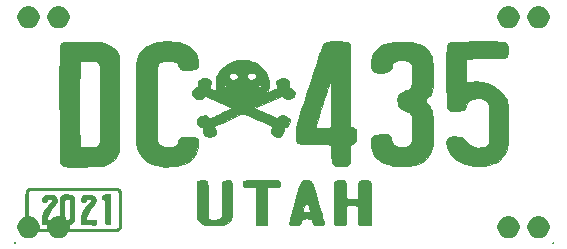
<source format=gbr>
G04 #@! TF.GenerationSoftware,KiCad,Pcbnew,(5.1.5-0-10_14)*
G04 #@! TF.CreationDate,2021-09-26T22:00:01-06:00*
G04 #@! TF.ProjectId,2021DC435,32303231-4443-4343-9335-2e6b69636164,rev?*
G04 #@! TF.SameCoordinates,Original*
G04 #@! TF.FileFunction,Soldermask,Top*
G04 #@! TF.FilePolarity,Negative*
%FSLAX46Y46*%
G04 Gerber Fmt 4.6, Leading zero omitted, Abs format (unit mm)*
G04 Created by KiCad (PCBNEW (5.1.5-0-10_14)) date 2021-09-26 22:00:01*
%MOMM*%
%LPD*%
G04 APERTURE LIST*
%ADD10C,0.010000*%
%ADD11C,0.100000*%
G04 APERTURE END LIST*
D10*
G36*
X110968907Y-96254017D02*
G01*
X110968907Y-98771796D01*
X110791610Y-98787234D01*
X110650235Y-98784049D01*
X110591197Y-98747160D01*
X110584148Y-98690747D01*
X110576926Y-98562623D01*
X110569952Y-98375319D01*
X110563649Y-98141367D01*
X110558438Y-97873301D01*
X110556040Y-97703640D01*
X110544000Y-96715632D01*
X110429774Y-96691597D01*
X110331371Y-96637609D01*
X110298525Y-96554148D01*
X110302098Y-96475145D01*
X110353549Y-96409574D01*
X110471792Y-96333561D01*
X110474490Y-96332039D01*
X110669371Y-96250454D01*
X110818192Y-96238681D01*
X110968907Y-96254017D01*
G37*
X110968907Y-96254017D02*
X110968907Y-98771796D01*
X110791610Y-98787234D01*
X110650235Y-98784049D01*
X110591197Y-98747160D01*
X110584148Y-98690747D01*
X110576926Y-98562623D01*
X110569952Y-98375319D01*
X110563649Y-98141367D01*
X110558438Y-97873301D01*
X110556040Y-97703640D01*
X110544000Y-96715632D01*
X110429774Y-96691597D01*
X110331371Y-96637609D01*
X110298525Y-96554148D01*
X110302098Y-96475145D01*
X110353549Y-96409574D01*
X110471792Y-96333561D01*
X110474490Y-96332039D01*
X110669371Y-96250454D01*
X110818192Y-96238681D01*
X110968907Y-96254017D01*
G36*
X107604004Y-96303730D02*
G01*
X107782664Y-96372564D01*
X107910100Y-96480350D01*
X107942335Y-96536217D01*
X107955891Y-96609166D01*
X107967818Y-96752025D01*
X107977461Y-96950463D01*
X107984171Y-97190148D01*
X107987295Y-97456750D01*
X107987439Y-97528063D01*
X107986331Y-97836341D01*
X107982390Y-98072546D01*
X107974686Y-98248833D01*
X107962293Y-98377356D01*
X107944283Y-98470270D01*
X107919729Y-98539730D01*
X107908486Y-98562509D01*
X107786536Y-98700078D01*
X107605992Y-98787724D01*
X107388141Y-98820445D01*
X107154268Y-98793239D01*
X107056398Y-98762743D01*
X106967626Y-98723776D01*
X106898474Y-98674614D01*
X106846519Y-98605008D01*
X106809342Y-98504712D01*
X106784522Y-98363477D01*
X106769636Y-98171057D01*
X106762265Y-97917204D01*
X106759988Y-97591670D01*
X106759930Y-97507867D01*
X106760403Y-97200563D01*
X106762526Y-96965979D01*
X106767355Y-96792589D01*
X106772464Y-96719018D01*
X107137625Y-96719018D01*
X107137625Y-97510880D01*
X107139975Y-97826707D01*
X107148564Y-98067931D01*
X107165697Y-98244120D01*
X107193683Y-98364844D01*
X107234829Y-98439670D01*
X107291441Y-98478168D01*
X107365826Y-98489907D01*
X107373685Y-98489978D01*
X107466050Y-98457776D01*
X107536249Y-98396360D01*
X107562986Y-98348175D01*
X107582618Y-98273732D01*
X107596126Y-98161197D01*
X107604493Y-97998734D01*
X107608701Y-97774509D01*
X107609744Y-97510880D01*
X107609744Y-96719018D01*
X107491714Y-96671037D01*
X107359503Y-96644557D01*
X107255655Y-96671037D01*
X107137625Y-96719018D01*
X106772464Y-96719018D01*
X106775947Y-96668867D01*
X106789357Y-96583290D01*
X106808643Y-96524333D01*
X106834859Y-96480469D01*
X106856501Y-96454158D01*
X107000368Y-96349064D01*
X107188887Y-96290169D01*
X107398089Y-96275662D01*
X107604004Y-96303730D01*
G37*
X107604004Y-96303730D02*
X107782664Y-96372564D01*
X107910100Y-96480350D01*
X107942335Y-96536217D01*
X107955891Y-96609166D01*
X107967818Y-96752025D01*
X107977461Y-96950463D01*
X107984171Y-97190148D01*
X107987295Y-97456750D01*
X107987439Y-97528063D01*
X107986331Y-97836341D01*
X107982390Y-98072546D01*
X107974686Y-98248833D01*
X107962293Y-98377356D01*
X107944283Y-98470270D01*
X107919729Y-98539730D01*
X107908486Y-98562509D01*
X107786536Y-98700078D01*
X107605992Y-98787724D01*
X107388141Y-98820445D01*
X107154268Y-98793239D01*
X107056398Y-98762743D01*
X106967626Y-98723776D01*
X106898474Y-98674614D01*
X106846519Y-98605008D01*
X106809342Y-98504712D01*
X106784522Y-98363477D01*
X106769636Y-98171057D01*
X106762265Y-97917204D01*
X106759988Y-97591670D01*
X106759930Y-97507867D01*
X106760403Y-97200563D01*
X106762526Y-96965979D01*
X106767355Y-96792589D01*
X106772464Y-96719018D01*
X107137625Y-96719018D01*
X107137625Y-97510880D01*
X107139975Y-97826707D01*
X107148564Y-98067931D01*
X107165697Y-98244120D01*
X107193683Y-98364844D01*
X107234829Y-98439670D01*
X107291441Y-98478168D01*
X107365826Y-98489907D01*
X107373685Y-98489978D01*
X107466050Y-98457776D01*
X107536249Y-98396360D01*
X107562986Y-98348175D01*
X107582618Y-98273732D01*
X107596126Y-98161197D01*
X107604493Y-97998734D01*
X107608701Y-97774509D01*
X107609744Y-97510880D01*
X107609744Y-96719018D01*
X107491714Y-96671037D01*
X107359503Y-96644557D01*
X107255655Y-96671037D01*
X107137625Y-96719018D01*
X106772464Y-96719018D01*
X106775947Y-96668867D01*
X106789357Y-96583290D01*
X106808643Y-96524333D01*
X106834859Y-96480469D01*
X106856501Y-96454158D01*
X107000368Y-96349064D01*
X107188887Y-96290169D01*
X107398089Y-96275662D01*
X107604004Y-96303730D01*
G36*
X106159704Y-96323724D02*
G01*
X106308800Y-96392000D01*
X106411866Y-96503761D01*
X106467706Y-96619540D01*
X106507891Y-96797644D01*
X106480340Y-96962558D01*
X106379041Y-97134808D01*
X106284182Y-97246104D01*
X106045513Y-97533446D01*
X105870114Y-97818736D01*
X105768700Y-98047119D01*
X105701167Y-98228682D01*
X105674860Y-98344967D01*
X105700805Y-98410516D01*
X105790030Y-98439871D01*
X105953563Y-98447577D01*
X106072571Y-98447855D01*
X106269995Y-98452972D01*
X106418002Y-98466911D01*
X106496340Y-98487559D01*
X106502158Y-98492711D01*
X106514999Y-98561470D01*
X106505194Y-98670036D01*
X106502414Y-98684122D01*
X106471598Y-98830677D01*
X105880882Y-98824291D01*
X105636007Y-98821127D01*
X105468932Y-98815906D01*
X105363040Y-98805652D01*
X105301714Y-98787388D01*
X105268336Y-98758140D01*
X105246289Y-98714931D01*
X105244307Y-98710291D01*
X105220820Y-98574014D01*
X105233987Y-98382808D01*
X105278990Y-98157431D01*
X105351010Y-97918640D01*
X105445228Y-97687189D01*
X105511836Y-97557958D01*
X105600334Y-97424341D01*
X105725393Y-97262446D01*
X105860425Y-97106630D01*
X105864540Y-97102206D01*
X105998233Y-96948002D01*
X106066960Y-96839571D01*
X106076801Y-96767197D01*
X106075917Y-96764521D01*
X106007530Y-96682860D01*
X105899711Y-96657803D01*
X105780198Y-96686743D01*
X105676729Y-96767071D01*
X105650787Y-96804488D01*
X105575834Y-96890236D01*
X105465843Y-96914734D01*
X105438046Y-96914313D01*
X105305158Y-96888374D01*
X105242308Y-96816209D01*
X105242748Y-96687930D01*
X105252731Y-96642831D01*
X105329775Y-96486819D01*
X105460223Y-96365039D01*
X105618301Y-96299311D01*
X105664886Y-96293883D01*
X105949943Y-96292997D01*
X106159704Y-96323724D01*
G37*
X106159704Y-96323724D02*
X106308800Y-96392000D01*
X106411866Y-96503761D01*
X106467706Y-96619540D01*
X106507891Y-96797644D01*
X106480340Y-96962558D01*
X106379041Y-97134808D01*
X106284182Y-97246104D01*
X106045513Y-97533446D01*
X105870114Y-97818736D01*
X105768700Y-98047119D01*
X105701167Y-98228682D01*
X105674860Y-98344967D01*
X105700805Y-98410516D01*
X105790030Y-98439871D01*
X105953563Y-98447577D01*
X106072571Y-98447855D01*
X106269995Y-98452972D01*
X106418002Y-98466911D01*
X106496340Y-98487559D01*
X106502158Y-98492711D01*
X106514999Y-98561470D01*
X106505194Y-98670036D01*
X106502414Y-98684122D01*
X106471598Y-98830677D01*
X105880882Y-98824291D01*
X105636007Y-98821127D01*
X105468932Y-98815906D01*
X105363040Y-98805652D01*
X105301714Y-98787388D01*
X105268336Y-98758140D01*
X105246289Y-98714931D01*
X105244307Y-98710291D01*
X105220820Y-98574014D01*
X105233987Y-98382808D01*
X105278990Y-98157431D01*
X105351010Y-97918640D01*
X105445228Y-97687189D01*
X105511836Y-97557958D01*
X105600334Y-97424341D01*
X105725393Y-97262446D01*
X105860425Y-97106630D01*
X105864540Y-97102206D01*
X105998233Y-96948002D01*
X106066960Y-96839571D01*
X106076801Y-96767197D01*
X106075917Y-96764521D01*
X106007530Y-96682860D01*
X105899711Y-96657803D01*
X105780198Y-96686743D01*
X105676729Y-96767071D01*
X105650787Y-96804488D01*
X105575834Y-96890236D01*
X105465843Y-96914734D01*
X105438046Y-96914313D01*
X105305158Y-96888374D01*
X105242308Y-96816209D01*
X105242748Y-96687930D01*
X105252731Y-96642831D01*
X105329775Y-96486819D01*
X105460223Y-96365039D01*
X105618301Y-96299311D01*
X105664886Y-96293883D01*
X105949943Y-96292997D01*
X106159704Y-96323724D01*
G36*
X122664577Y-84939303D02*
G01*
X123102097Y-85065834D01*
X123212296Y-85111478D01*
X123510399Y-85274532D01*
X123798973Y-85488874D01*
X124046420Y-85728989D01*
X124167504Y-85882786D01*
X124308982Y-86151972D01*
X124407910Y-86469473D01*
X124460235Y-86807598D01*
X124461905Y-87138660D01*
X124408870Y-87434969D01*
X124399115Y-87465459D01*
X124333840Y-87658973D01*
X124770770Y-87465325D01*
X125207700Y-87271676D01*
X125114304Y-87083300D01*
X125052770Y-86886163D01*
X125079114Y-86719388D01*
X125193526Y-86582096D01*
X125226580Y-86558373D01*
X125392101Y-86485547D01*
X125588837Y-86451911D01*
X125778703Y-86460509D01*
X125907372Y-86503956D01*
X126035350Y-86622616D01*
X126123281Y-86789432D01*
X126155812Y-86971248D01*
X126151450Y-87031092D01*
X126146203Y-87136328D01*
X126186876Y-87197360D01*
X126275976Y-87243212D01*
X126447824Y-87355799D01*
X126567109Y-87510880D01*
X126626609Y-87687130D01*
X126619103Y-87863225D01*
X126538053Y-88017068D01*
X126361986Y-88161659D01*
X126164548Y-88232258D01*
X125962286Y-88228094D01*
X125771744Y-88148394D01*
X125664060Y-88057884D01*
X125565402Y-87953792D01*
X124387215Y-88477337D01*
X123209028Y-89000883D01*
X125131908Y-89857473D01*
X125265604Y-89729779D01*
X125367511Y-89647671D01*
X125456474Y-89600611D01*
X125474783Y-89596819D01*
X125580163Y-89586893D01*
X125609279Y-89583209D01*
X125714193Y-89595592D01*
X125857897Y-89643681D01*
X126003478Y-89712834D01*
X126103637Y-89779322D01*
X126212395Y-89924507D01*
X126242360Y-90100092D01*
X126190306Y-90285963D01*
X126186198Y-90293844D01*
X126088306Y-90426938D01*
X125959459Y-90537160D01*
X125827614Y-90603210D01*
X125767233Y-90613030D01*
X125724025Y-90629410D01*
X125700765Y-90690010D01*
X125692315Y-90812020D01*
X125691900Y-90865101D01*
X125685289Y-91018791D01*
X125657951Y-91121444D01*
X125598627Y-91205846D01*
X125562067Y-91243153D01*
X125444632Y-91330493D01*
X125321365Y-91384486D01*
X125300470Y-91388770D01*
X125138066Y-91384170D01*
X124952786Y-91338373D01*
X124785856Y-91264742D01*
X124689697Y-91190835D01*
X124639704Y-91096109D01*
X124611053Y-90971060D01*
X124607949Y-90850830D01*
X124634601Y-90770562D01*
X124638868Y-90766260D01*
X124677727Y-90700249D01*
X124681518Y-90685525D01*
X124707648Y-90600688D01*
X124720066Y-90570792D01*
X124709187Y-90543075D01*
X124652889Y-90499810D01*
X124544402Y-90437562D01*
X124376957Y-90352894D01*
X124143787Y-90242371D01*
X123838122Y-90102557D01*
X123490174Y-89946490D01*
X123172828Y-89806739D01*
X122882961Y-89682344D01*
X122631179Y-89577597D01*
X122428088Y-89496790D01*
X122284292Y-89444217D01*
X122210397Y-89424170D01*
X122203079Y-89425528D01*
X122154851Y-89454198D01*
X122033148Y-89514891D01*
X121849172Y-89602358D01*
X121614128Y-89711350D01*
X121339220Y-89836618D01*
X121035651Y-89972911D01*
X121017922Y-89980811D01*
X120713837Y-90116541D01*
X120438196Y-90240103D01*
X120202071Y-90346492D01*
X120016535Y-90430702D01*
X119892660Y-90487727D01*
X119841516Y-90512561D01*
X119840966Y-90512948D01*
X119846276Y-90557716D01*
X119884551Y-90648194D01*
X119899981Y-90678172D01*
X119971871Y-90887273D01*
X119956648Y-91070749D01*
X119859530Y-91220609D01*
X119685736Y-91328866D01*
X119440482Y-91387532D01*
X119436324Y-91387989D01*
X119297865Y-91388210D01*
X119194982Y-91369732D01*
X119097432Y-91313815D01*
X118996375Y-91223844D01*
X118990693Y-91217510D01*
X118928510Y-91129085D01*
X118900980Y-91028372D01*
X118899990Y-90882464D01*
X118901551Y-90855881D01*
X118906844Y-90718356D01*
X118896346Y-90645119D01*
X118864073Y-90616669D01*
X118827026Y-90612953D01*
X118748191Y-90592464D01*
X118643168Y-90541928D01*
X118538563Y-90477882D01*
X118460985Y-90416867D01*
X118437042Y-90375422D01*
X118439525Y-90372086D01*
X118431133Y-90329420D01*
X118395414Y-90289086D01*
X118337548Y-90184186D01*
X118334071Y-90044137D01*
X118382585Y-89901094D01*
X118429360Y-89834148D01*
X118547229Y-89735776D01*
X118697938Y-89657392D01*
X118858658Y-89604783D01*
X119006559Y-89583739D01*
X119118812Y-89600046D01*
X119168790Y-89646685D01*
X119222609Y-89685589D01*
X119232040Y-89686330D01*
X119294334Y-89715990D01*
X119360101Y-89775080D01*
X119387602Y-89802743D01*
X119419111Y-89819023D01*
X119465676Y-89820304D01*
X119538343Y-89802973D01*
X119648158Y-89763412D01*
X119806169Y-89698008D01*
X120023422Y-89603145D01*
X120310963Y-89475207D01*
X120405913Y-89432814D01*
X121371176Y-89001797D01*
X120196036Y-88477229D01*
X119020897Y-87952660D01*
X118921733Y-88057318D01*
X118759742Y-88185412D01*
X118583339Y-88235765D01*
X118477610Y-88233061D01*
X118252604Y-88172696D01*
X118083712Y-88058620D01*
X117978009Y-87906433D01*
X117942569Y-87731735D01*
X117984469Y-87550127D01*
X118096045Y-87391732D01*
X118206046Y-87296476D01*
X118310728Y-87231721D01*
X118343908Y-87219852D01*
X118400512Y-87197442D01*
X118431008Y-87148396D01*
X118443147Y-87051455D01*
X118444874Y-86942974D01*
X118449532Y-86795777D01*
X118471968Y-86701659D01*
X118524871Y-86629575D01*
X118599058Y-86565793D01*
X118763226Y-86469242D01*
X118919254Y-86442880D01*
X119120757Y-86467470D01*
X119311056Y-86532044D01*
X119450652Y-86622808D01*
X119458971Y-86631350D01*
X119511545Y-86743731D01*
X119519534Y-86897648D01*
X119483767Y-87060777D01*
X119445844Y-87142542D01*
X119371925Y-87270077D01*
X119681158Y-87406129D01*
X119832995Y-87470339D01*
X119948002Y-87514093D01*
X120004008Y-87529042D01*
X120005823Y-87528413D01*
X120005866Y-87482853D01*
X119987247Y-87385690D01*
X119977778Y-87347336D01*
X119939647Y-87093319D01*
X119939817Y-87020356D01*
X120601677Y-87020356D01*
X120602399Y-87022068D01*
X120738512Y-87304203D01*
X120809296Y-87474764D01*
X120933575Y-87690122D01*
X121121665Y-87900047D01*
X121346701Y-88079582D01*
X121581815Y-88203769D01*
X121602028Y-88211193D01*
X121823823Y-88263339D01*
X122093618Y-88288114D01*
X122379558Y-88286234D01*
X122649787Y-88258414D01*
X122872448Y-88205369D01*
X122932502Y-88181323D01*
X123223686Y-87999779D01*
X123453195Y-87756634D01*
X123616299Y-87457488D01*
X123664307Y-87314922D01*
X123710318Y-87195659D01*
X123764350Y-87114971D01*
X123787607Y-87098945D01*
X123836395Y-87061585D01*
X123809428Y-87022202D01*
X123723599Y-86995043D01*
X123659002Y-86990476D01*
X123553468Y-87006658D01*
X123519751Y-87046470D01*
X123567365Y-87095782D01*
X123608033Y-87163959D01*
X123603475Y-87283682D01*
X123559904Y-87435850D01*
X123483531Y-87601363D01*
X123380569Y-87761119D01*
X123331386Y-87821345D01*
X123227993Y-87921093D01*
X123108107Y-88012279D01*
X122995913Y-88079145D01*
X122915599Y-88105931D01*
X122899352Y-88102842D01*
X122861062Y-88110806D01*
X122859186Y-88122317D01*
X122815751Y-88158728D01*
X122700549Y-88191834D01*
X122536240Y-88218411D01*
X122345481Y-88235238D01*
X122150929Y-88239090D01*
X122063792Y-88235448D01*
X121703335Y-88173000D01*
X121390600Y-88038658D01*
X121131043Y-87835846D01*
X120930118Y-87567990D01*
X120894605Y-87501238D01*
X120812189Y-87312407D01*
X120784760Y-87184040D01*
X120811145Y-87108876D01*
X120829075Y-87095782D01*
X120876960Y-87045825D01*
X120841596Y-87006740D01*
X120734151Y-86990486D01*
X120730717Y-86990476D01*
X120635318Y-86999195D01*
X120601677Y-87020356D01*
X119939817Y-87020356D01*
X119940322Y-86804998D01*
X119978670Y-86524407D01*
X120002473Y-86429961D01*
X120088891Y-86212206D01*
X121052691Y-86212206D01*
X121053785Y-86349402D01*
X121063323Y-86375446D01*
X121165614Y-86511494D01*
X121316491Y-86589078D01*
X121490727Y-86602273D01*
X121663095Y-86545153D01*
X121696128Y-86524069D01*
X121799434Y-86405999D01*
X121812036Y-86341901D01*
X122586182Y-86341901D01*
X122660566Y-86477091D01*
X122691799Y-86507979D01*
X122847750Y-86594654D01*
X123029340Y-86600747D01*
X123186293Y-86549745D01*
X123325645Y-86448776D01*
X123378636Y-86321362D01*
X123343177Y-86179061D01*
X123270667Y-86082974D01*
X123156011Y-85998884D01*
X123009313Y-85971463D01*
X122983661Y-85971106D01*
X122799187Y-86003087D01*
X122665067Y-86087287D01*
X122590873Y-86206096D01*
X122586182Y-86341901D01*
X121812036Y-86341901D01*
X121826552Y-86268068D01*
X121782425Y-86133511D01*
X121671998Y-86025566D01*
X121581431Y-85984898D01*
X121406923Y-85965128D01*
X121248082Y-86005881D01*
X121123731Y-86092970D01*
X121052691Y-86212206D01*
X120088891Y-86212206D01*
X120144523Y-86072026D01*
X120354402Y-85756668D01*
X120610922Y-85493140D01*
X120970562Y-85229049D01*
X121365717Y-85040158D01*
X121786418Y-84927928D01*
X122222694Y-84893822D01*
X122664577Y-84939303D01*
G37*
X122664577Y-84939303D02*
X123102097Y-85065834D01*
X123212296Y-85111478D01*
X123510399Y-85274532D01*
X123798973Y-85488874D01*
X124046420Y-85728989D01*
X124167504Y-85882786D01*
X124308982Y-86151972D01*
X124407910Y-86469473D01*
X124460235Y-86807598D01*
X124461905Y-87138660D01*
X124408870Y-87434969D01*
X124399115Y-87465459D01*
X124333840Y-87658973D01*
X124770770Y-87465325D01*
X125207700Y-87271676D01*
X125114304Y-87083300D01*
X125052770Y-86886163D01*
X125079114Y-86719388D01*
X125193526Y-86582096D01*
X125226580Y-86558373D01*
X125392101Y-86485547D01*
X125588837Y-86451911D01*
X125778703Y-86460509D01*
X125907372Y-86503956D01*
X126035350Y-86622616D01*
X126123281Y-86789432D01*
X126155812Y-86971248D01*
X126151450Y-87031092D01*
X126146203Y-87136328D01*
X126186876Y-87197360D01*
X126275976Y-87243212D01*
X126447824Y-87355799D01*
X126567109Y-87510880D01*
X126626609Y-87687130D01*
X126619103Y-87863225D01*
X126538053Y-88017068D01*
X126361986Y-88161659D01*
X126164548Y-88232258D01*
X125962286Y-88228094D01*
X125771744Y-88148394D01*
X125664060Y-88057884D01*
X125565402Y-87953792D01*
X124387215Y-88477337D01*
X123209028Y-89000883D01*
X125131908Y-89857473D01*
X125265604Y-89729779D01*
X125367511Y-89647671D01*
X125456474Y-89600611D01*
X125474783Y-89596819D01*
X125580163Y-89586893D01*
X125609279Y-89583209D01*
X125714193Y-89595592D01*
X125857897Y-89643681D01*
X126003478Y-89712834D01*
X126103637Y-89779322D01*
X126212395Y-89924507D01*
X126242360Y-90100092D01*
X126190306Y-90285963D01*
X126186198Y-90293844D01*
X126088306Y-90426938D01*
X125959459Y-90537160D01*
X125827614Y-90603210D01*
X125767233Y-90613030D01*
X125724025Y-90629410D01*
X125700765Y-90690010D01*
X125692315Y-90812020D01*
X125691900Y-90865101D01*
X125685289Y-91018791D01*
X125657951Y-91121444D01*
X125598627Y-91205846D01*
X125562067Y-91243153D01*
X125444632Y-91330493D01*
X125321365Y-91384486D01*
X125300470Y-91388770D01*
X125138066Y-91384170D01*
X124952786Y-91338373D01*
X124785856Y-91264742D01*
X124689697Y-91190835D01*
X124639704Y-91096109D01*
X124611053Y-90971060D01*
X124607949Y-90850830D01*
X124634601Y-90770562D01*
X124638868Y-90766260D01*
X124677727Y-90700249D01*
X124681518Y-90685525D01*
X124707648Y-90600688D01*
X124720066Y-90570792D01*
X124709187Y-90543075D01*
X124652889Y-90499810D01*
X124544402Y-90437562D01*
X124376957Y-90352894D01*
X124143787Y-90242371D01*
X123838122Y-90102557D01*
X123490174Y-89946490D01*
X123172828Y-89806739D01*
X122882961Y-89682344D01*
X122631179Y-89577597D01*
X122428088Y-89496790D01*
X122284292Y-89444217D01*
X122210397Y-89424170D01*
X122203079Y-89425528D01*
X122154851Y-89454198D01*
X122033148Y-89514891D01*
X121849172Y-89602358D01*
X121614128Y-89711350D01*
X121339220Y-89836618D01*
X121035651Y-89972911D01*
X121017922Y-89980811D01*
X120713837Y-90116541D01*
X120438196Y-90240103D01*
X120202071Y-90346492D01*
X120016535Y-90430702D01*
X119892660Y-90487727D01*
X119841516Y-90512561D01*
X119840966Y-90512948D01*
X119846276Y-90557716D01*
X119884551Y-90648194D01*
X119899981Y-90678172D01*
X119971871Y-90887273D01*
X119956648Y-91070749D01*
X119859530Y-91220609D01*
X119685736Y-91328866D01*
X119440482Y-91387532D01*
X119436324Y-91387989D01*
X119297865Y-91388210D01*
X119194982Y-91369732D01*
X119097432Y-91313815D01*
X118996375Y-91223844D01*
X118990693Y-91217510D01*
X118928510Y-91129085D01*
X118900980Y-91028372D01*
X118899990Y-90882464D01*
X118901551Y-90855881D01*
X118906844Y-90718356D01*
X118896346Y-90645119D01*
X118864073Y-90616669D01*
X118827026Y-90612953D01*
X118748191Y-90592464D01*
X118643168Y-90541928D01*
X118538563Y-90477882D01*
X118460985Y-90416867D01*
X118437042Y-90375422D01*
X118439525Y-90372086D01*
X118431133Y-90329420D01*
X118395414Y-90289086D01*
X118337548Y-90184186D01*
X118334071Y-90044137D01*
X118382585Y-89901094D01*
X118429360Y-89834148D01*
X118547229Y-89735776D01*
X118697938Y-89657392D01*
X118858658Y-89604783D01*
X119006559Y-89583739D01*
X119118812Y-89600046D01*
X119168790Y-89646685D01*
X119222609Y-89685589D01*
X119232040Y-89686330D01*
X119294334Y-89715990D01*
X119360101Y-89775080D01*
X119387602Y-89802743D01*
X119419111Y-89819023D01*
X119465676Y-89820304D01*
X119538343Y-89802973D01*
X119648158Y-89763412D01*
X119806169Y-89698008D01*
X120023422Y-89603145D01*
X120310963Y-89475207D01*
X120405913Y-89432814D01*
X121371176Y-89001797D01*
X120196036Y-88477229D01*
X119020897Y-87952660D01*
X118921733Y-88057318D01*
X118759742Y-88185412D01*
X118583339Y-88235765D01*
X118477610Y-88233061D01*
X118252604Y-88172696D01*
X118083712Y-88058620D01*
X117978009Y-87906433D01*
X117942569Y-87731735D01*
X117984469Y-87550127D01*
X118096045Y-87391732D01*
X118206046Y-87296476D01*
X118310728Y-87231721D01*
X118343908Y-87219852D01*
X118400512Y-87197442D01*
X118431008Y-87148396D01*
X118443147Y-87051455D01*
X118444874Y-86942974D01*
X118449532Y-86795777D01*
X118471968Y-86701659D01*
X118524871Y-86629575D01*
X118599058Y-86565793D01*
X118763226Y-86469242D01*
X118919254Y-86442880D01*
X119120757Y-86467470D01*
X119311056Y-86532044D01*
X119450652Y-86622808D01*
X119458971Y-86631350D01*
X119511545Y-86743731D01*
X119519534Y-86897648D01*
X119483767Y-87060777D01*
X119445844Y-87142542D01*
X119371925Y-87270077D01*
X119681158Y-87406129D01*
X119832995Y-87470339D01*
X119948002Y-87514093D01*
X120004008Y-87529042D01*
X120005823Y-87528413D01*
X120005866Y-87482853D01*
X119987247Y-87385690D01*
X119977778Y-87347336D01*
X119939647Y-87093319D01*
X119939817Y-87020356D01*
X120601677Y-87020356D01*
X120602399Y-87022068D01*
X120738512Y-87304203D01*
X120809296Y-87474764D01*
X120933575Y-87690122D01*
X121121665Y-87900047D01*
X121346701Y-88079582D01*
X121581815Y-88203769D01*
X121602028Y-88211193D01*
X121823823Y-88263339D01*
X122093618Y-88288114D01*
X122379558Y-88286234D01*
X122649787Y-88258414D01*
X122872448Y-88205369D01*
X122932502Y-88181323D01*
X123223686Y-87999779D01*
X123453195Y-87756634D01*
X123616299Y-87457488D01*
X123664307Y-87314922D01*
X123710318Y-87195659D01*
X123764350Y-87114971D01*
X123787607Y-87098945D01*
X123836395Y-87061585D01*
X123809428Y-87022202D01*
X123723599Y-86995043D01*
X123659002Y-86990476D01*
X123553468Y-87006658D01*
X123519751Y-87046470D01*
X123567365Y-87095782D01*
X123608033Y-87163959D01*
X123603475Y-87283682D01*
X123559904Y-87435850D01*
X123483531Y-87601363D01*
X123380569Y-87761119D01*
X123331386Y-87821345D01*
X123227993Y-87921093D01*
X123108107Y-88012279D01*
X122995913Y-88079145D01*
X122915599Y-88105931D01*
X122899352Y-88102842D01*
X122861062Y-88110806D01*
X122859186Y-88122317D01*
X122815751Y-88158728D01*
X122700549Y-88191834D01*
X122536240Y-88218411D01*
X122345481Y-88235238D01*
X122150929Y-88239090D01*
X122063792Y-88235448D01*
X121703335Y-88173000D01*
X121390600Y-88038658D01*
X121131043Y-87835846D01*
X120930118Y-87567990D01*
X120894605Y-87501238D01*
X120812189Y-87312407D01*
X120784760Y-87184040D01*
X120811145Y-87108876D01*
X120829075Y-87095782D01*
X120876960Y-87045825D01*
X120841596Y-87006740D01*
X120734151Y-86990486D01*
X120730717Y-86990476D01*
X120635318Y-86999195D01*
X120601677Y-87020356D01*
X119939817Y-87020356D01*
X119940322Y-86804998D01*
X119978670Y-86524407D01*
X120002473Y-86429961D01*
X120088891Y-86212206D01*
X121052691Y-86212206D01*
X121053785Y-86349402D01*
X121063323Y-86375446D01*
X121165614Y-86511494D01*
X121316491Y-86589078D01*
X121490727Y-86602273D01*
X121663095Y-86545153D01*
X121696128Y-86524069D01*
X121799434Y-86405999D01*
X121812036Y-86341901D01*
X122586182Y-86341901D01*
X122660566Y-86477091D01*
X122691799Y-86507979D01*
X122847750Y-86594654D01*
X123029340Y-86600747D01*
X123186293Y-86549745D01*
X123325645Y-86448776D01*
X123378636Y-86321362D01*
X123343177Y-86179061D01*
X123270667Y-86082974D01*
X123156011Y-85998884D01*
X123009313Y-85971463D01*
X122983661Y-85971106D01*
X122799187Y-86003087D01*
X122665067Y-86087287D01*
X122590873Y-86206096D01*
X122586182Y-86341901D01*
X121812036Y-86341901D01*
X121826552Y-86268068D01*
X121782425Y-86133511D01*
X121671998Y-86025566D01*
X121581431Y-85984898D01*
X121406923Y-85965128D01*
X121248082Y-86005881D01*
X121123731Y-86092970D01*
X121052691Y-86212206D01*
X120088891Y-86212206D01*
X120144523Y-86072026D01*
X120354402Y-85756668D01*
X120610922Y-85493140D01*
X120970562Y-85229049D01*
X121365717Y-85040158D01*
X121786418Y-84927928D01*
X122222694Y-84893822D01*
X122664577Y-84939303D01*
G36*
X143383626Y-83332904D02*
G01*
X143682863Y-83336187D01*
X143921356Y-83342682D01*
X144107525Y-83353032D01*
X144249789Y-83367877D01*
X144356568Y-83387861D01*
X144436281Y-83413627D01*
X144497347Y-83445815D01*
X144548185Y-83485069D01*
X144596303Y-83531115D01*
X144649534Y-83628199D01*
X144688707Y-83783110D01*
X144711570Y-83970091D01*
X144715872Y-84163385D01*
X144699360Y-84337236D01*
X144675012Y-84431427D01*
X144645447Y-84510504D01*
X144614823Y-84574602D01*
X144573546Y-84625432D01*
X144512024Y-84664705D01*
X144420666Y-84694134D01*
X144289877Y-84715430D01*
X144110068Y-84730303D01*
X143871644Y-84740466D01*
X143565013Y-84747629D01*
X143180584Y-84753505D01*
X142844723Y-84757972D01*
X142415784Y-84763914D01*
X142071456Y-84769502D01*
X141801935Y-84775350D01*
X141597413Y-84782068D01*
X141448086Y-84790269D01*
X141344148Y-84800564D01*
X141275793Y-84813566D01*
X141233214Y-84829886D01*
X141206607Y-84850137D01*
X141197148Y-84860799D01*
X141173090Y-84908265D01*
X141155192Y-84990685D01*
X141142706Y-85118414D01*
X141134888Y-85301810D01*
X141130990Y-85551231D01*
X141130190Y-85789978D01*
X141130574Y-86109274D01*
X141134597Y-86353484D01*
X141146564Y-86531768D01*
X141170779Y-86653282D01*
X141211547Y-86727186D01*
X141273174Y-86762637D01*
X141359963Y-86768794D01*
X141476221Y-86754815D01*
X141575915Y-86738209D01*
X142000464Y-86707382D01*
X142440032Y-86748903D01*
X142878934Y-86855795D01*
X143301484Y-87021078D01*
X143691995Y-87237775D01*
X144034780Y-87498907D01*
X144314153Y-87797497D01*
X144461941Y-88022067D01*
X144525096Y-88144611D01*
X144577512Y-88268054D01*
X144620019Y-88401143D01*
X144653445Y-88552622D01*
X144678617Y-88731237D01*
X144696366Y-88945735D01*
X144707518Y-89204861D01*
X144712902Y-89517361D01*
X144713347Y-89891981D01*
X144709680Y-90337466D01*
X144706386Y-90602916D01*
X144700073Y-91029595D01*
X144693326Y-91380938D01*
X144685658Y-91665854D01*
X144676582Y-91893253D01*
X144665611Y-92072045D01*
X144652257Y-92211138D01*
X144636033Y-92319442D01*
X144616451Y-92405867D01*
X144605798Y-92441937D01*
X144442220Y-92825057D01*
X144214500Y-93155459D01*
X143928545Y-93426487D01*
X143590264Y-93631486D01*
X143523466Y-93661200D01*
X143125201Y-93789622D01*
X142674740Y-93866275D01*
X142196202Y-93888998D01*
X141713710Y-93855629D01*
X141578703Y-93835523D01*
X141064410Y-93715289D01*
X140620124Y-93539256D01*
X140246449Y-93307913D01*
X139943992Y-93021749D01*
X139713356Y-92681253D01*
X139555148Y-92286912D01*
X139526760Y-92179030D01*
X139490122Y-91923698D01*
X139517378Y-91718701D01*
X139610905Y-91550463D01*
X139643001Y-91514540D01*
X139712875Y-91451276D01*
X139789727Y-91413118D01*
X139901224Y-91391997D01*
X140075037Y-91379845D01*
X140110575Y-91378189D01*
X140477476Y-91389179D01*
X140777051Y-91458492D01*
X141010455Y-91586452D01*
X141080777Y-91649235D01*
X141167277Y-91747579D01*
X141218555Y-91826062D01*
X141224614Y-91847015D01*
X141262606Y-91926401D01*
X141362092Y-92027069D01*
X141501334Y-92130516D01*
X141658594Y-92218240D01*
X141663261Y-92220389D01*
X141888876Y-92289077D01*
X142149067Y-92314302D01*
X142418611Y-92299126D01*
X142672287Y-92246611D01*
X142884870Y-92159821D01*
X143019550Y-92055694D01*
X143043389Y-92025378D01*
X143062798Y-91988298D01*
X143078230Y-91936078D01*
X143090141Y-91860345D01*
X143098983Y-91752725D01*
X143105212Y-91604844D01*
X143109283Y-91408327D01*
X143111648Y-91154801D01*
X143112763Y-90835892D01*
X143113081Y-90443225D01*
X143113090Y-90331459D01*
X143113087Y-89903683D01*
X143112151Y-89551526D01*
X143108888Y-89266363D01*
X143101904Y-89039569D01*
X143089804Y-88862518D01*
X143071197Y-88726586D01*
X143044688Y-88623147D01*
X143008883Y-88543575D01*
X142962389Y-88479246D01*
X142903811Y-88421534D01*
X142831758Y-88361815D01*
X142789339Y-88327779D01*
X142599270Y-88206819D01*
X142394669Y-88148516D01*
X142382014Y-88146744D01*
X142044292Y-88134121D01*
X141746733Y-88187873D01*
X141498282Y-88303009D01*
X141307887Y-88474538D01*
X141184494Y-88697468D01*
X141149386Y-88834371D01*
X141096092Y-88993889D01*
X141018200Y-89075567D01*
X140910374Y-89116999D01*
X140748977Y-89153885D01*
X140554599Y-89184474D01*
X140347831Y-89207018D01*
X140149262Y-89219767D01*
X139979484Y-89220971D01*
X139859087Y-89208881D01*
X139808660Y-89181747D01*
X139808257Y-89178371D01*
X139781318Y-89151165D01*
X139767908Y-89156012D01*
X139712335Y-89143488D01*
X139628495Y-89083750D01*
X139614469Y-89070879D01*
X139501380Y-88963497D01*
X139488522Y-86377222D01*
X139485828Y-85823984D01*
X139484019Y-85348691D01*
X139483637Y-84945046D01*
X139485226Y-84606748D01*
X139489328Y-84327500D01*
X139496487Y-84101001D01*
X139507245Y-83920954D01*
X139522147Y-83781059D01*
X139541734Y-83675018D01*
X139566551Y-83596530D01*
X139597139Y-83539298D01*
X139634043Y-83497023D01*
X139677806Y-83463405D01*
X139728970Y-83432145D01*
X139743167Y-83423852D01*
X139779693Y-83405647D01*
X139827176Y-83390454D01*
X139894138Y-83377945D01*
X139989100Y-83367795D01*
X140120584Y-83359675D01*
X140297113Y-83353261D01*
X140527208Y-83348223D01*
X140819391Y-83344238D01*
X141182184Y-83340976D01*
X141624108Y-83338112D01*
X142037261Y-83335904D01*
X142569245Y-83333405D01*
X143015227Y-83332191D01*
X143383626Y-83332904D01*
G37*
X143383626Y-83332904D02*
X143682863Y-83336187D01*
X143921356Y-83342682D01*
X144107525Y-83353032D01*
X144249789Y-83367877D01*
X144356568Y-83387861D01*
X144436281Y-83413627D01*
X144497347Y-83445815D01*
X144548185Y-83485069D01*
X144596303Y-83531115D01*
X144649534Y-83628199D01*
X144688707Y-83783110D01*
X144711570Y-83970091D01*
X144715872Y-84163385D01*
X144699360Y-84337236D01*
X144675012Y-84431427D01*
X144645447Y-84510504D01*
X144614823Y-84574602D01*
X144573546Y-84625432D01*
X144512024Y-84664705D01*
X144420666Y-84694134D01*
X144289877Y-84715430D01*
X144110068Y-84730303D01*
X143871644Y-84740466D01*
X143565013Y-84747629D01*
X143180584Y-84753505D01*
X142844723Y-84757972D01*
X142415784Y-84763914D01*
X142071456Y-84769502D01*
X141801935Y-84775350D01*
X141597413Y-84782068D01*
X141448086Y-84790269D01*
X141344148Y-84800564D01*
X141275793Y-84813566D01*
X141233214Y-84829886D01*
X141206607Y-84850137D01*
X141197148Y-84860799D01*
X141173090Y-84908265D01*
X141155192Y-84990685D01*
X141142706Y-85118414D01*
X141134888Y-85301810D01*
X141130990Y-85551231D01*
X141130190Y-85789978D01*
X141130574Y-86109274D01*
X141134597Y-86353484D01*
X141146564Y-86531768D01*
X141170779Y-86653282D01*
X141211547Y-86727186D01*
X141273174Y-86762637D01*
X141359963Y-86768794D01*
X141476221Y-86754815D01*
X141575915Y-86738209D01*
X142000464Y-86707382D01*
X142440032Y-86748903D01*
X142878934Y-86855795D01*
X143301484Y-87021078D01*
X143691995Y-87237775D01*
X144034780Y-87498907D01*
X144314153Y-87797497D01*
X144461941Y-88022067D01*
X144525096Y-88144611D01*
X144577512Y-88268054D01*
X144620019Y-88401143D01*
X144653445Y-88552622D01*
X144678617Y-88731237D01*
X144696366Y-88945735D01*
X144707518Y-89204861D01*
X144712902Y-89517361D01*
X144713347Y-89891981D01*
X144709680Y-90337466D01*
X144706386Y-90602916D01*
X144700073Y-91029595D01*
X144693326Y-91380938D01*
X144685658Y-91665854D01*
X144676582Y-91893253D01*
X144665611Y-92072045D01*
X144652257Y-92211138D01*
X144636033Y-92319442D01*
X144616451Y-92405867D01*
X144605798Y-92441937D01*
X144442220Y-92825057D01*
X144214500Y-93155459D01*
X143928545Y-93426487D01*
X143590264Y-93631486D01*
X143523466Y-93661200D01*
X143125201Y-93789622D01*
X142674740Y-93866275D01*
X142196202Y-93888998D01*
X141713710Y-93855629D01*
X141578703Y-93835523D01*
X141064410Y-93715289D01*
X140620124Y-93539256D01*
X140246449Y-93307913D01*
X139943992Y-93021749D01*
X139713356Y-92681253D01*
X139555148Y-92286912D01*
X139526760Y-92179030D01*
X139490122Y-91923698D01*
X139517378Y-91718701D01*
X139610905Y-91550463D01*
X139643001Y-91514540D01*
X139712875Y-91451276D01*
X139789727Y-91413118D01*
X139901224Y-91391997D01*
X140075037Y-91379845D01*
X140110575Y-91378189D01*
X140477476Y-91389179D01*
X140777051Y-91458492D01*
X141010455Y-91586452D01*
X141080777Y-91649235D01*
X141167277Y-91747579D01*
X141218555Y-91826062D01*
X141224614Y-91847015D01*
X141262606Y-91926401D01*
X141362092Y-92027069D01*
X141501334Y-92130516D01*
X141658594Y-92218240D01*
X141663261Y-92220389D01*
X141888876Y-92289077D01*
X142149067Y-92314302D01*
X142418611Y-92299126D01*
X142672287Y-92246611D01*
X142884870Y-92159821D01*
X143019550Y-92055694D01*
X143043389Y-92025378D01*
X143062798Y-91988298D01*
X143078230Y-91936078D01*
X143090141Y-91860345D01*
X143098983Y-91752725D01*
X143105212Y-91604844D01*
X143109283Y-91408327D01*
X143111648Y-91154801D01*
X143112763Y-90835892D01*
X143113081Y-90443225D01*
X143113090Y-90331459D01*
X143113087Y-89903683D01*
X143112151Y-89551526D01*
X143108888Y-89266363D01*
X143101904Y-89039569D01*
X143089804Y-88862518D01*
X143071197Y-88726586D01*
X143044688Y-88623147D01*
X143008883Y-88543575D01*
X142962389Y-88479246D01*
X142903811Y-88421534D01*
X142831758Y-88361815D01*
X142789339Y-88327779D01*
X142599270Y-88206819D01*
X142394669Y-88148516D01*
X142382014Y-88146744D01*
X142044292Y-88134121D01*
X141746733Y-88187873D01*
X141498282Y-88303009D01*
X141307887Y-88474538D01*
X141184494Y-88697468D01*
X141149386Y-88834371D01*
X141096092Y-88993889D01*
X141018200Y-89075567D01*
X140910374Y-89116999D01*
X140748977Y-89153885D01*
X140554599Y-89184474D01*
X140347831Y-89207018D01*
X140149262Y-89219767D01*
X139979484Y-89220971D01*
X139859087Y-89208881D01*
X139808660Y-89181747D01*
X139808257Y-89178371D01*
X139781318Y-89151165D01*
X139767908Y-89156012D01*
X139712335Y-89143488D01*
X139628495Y-89083750D01*
X139614469Y-89070879D01*
X139501380Y-88963497D01*
X139488522Y-86377222D01*
X139485828Y-85823984D01*
X139484019Y-85348691D01*
X139483637Y-84945046D01*
X139485226Y-84606748D01*
X139489328Y-84327500D01*
X139496487Y-84101001D01*
X139507245Y-83920954D01*
X139522147Y-83781059D01*
X139541734Y-83675018D01*
X139566551Y-83596530D01*
X139597139Y-83539298D01*
X139634043Y-83497023D01*
X139677806Y-83463405D01*
X139728970Y-83432145D01*
X139743167Y-83423852D01*
X139779693Y-83405647D01*
X139827176Y-83390454D01*
X139894138Y-83377945D01*
X139989100Y-83367795D01*
X140120584Y-83359675D01*
X140297113Y-83353261D01*
X140527208Y-83348223D01*
X140819391Y-83344238D01*
X141182184Y-83340976D01*
X141624108Y-83338112D01*
X142037261Y-83335904D01*
X142569245Y-83333405D01*
X143015227Y-83332191D01*
X143383626Y-83332904D01*
G36*
X136097196Y-83341632D02*
G01*
X136611371Y-83397966D01*
X137055974Y-83509425D01*
X137432478Y-83676593D01*
X137742356Y-83900058D01*
X137987083Y-84180405D01*
X138099451Y-84368713D01*
X138169228Y-84515937D01*
X138224738Y-84664425D01*
X138267519Y-84825999D01*
X138299110Y-85012480D01*
X138321048Y-85235689D01*
X138334871Y-85507446D01*
X138342119Y-85839573D01*
X138344329Y-86243890D01*
X138344332Y-86250565D01*
X138342363Y-86645174D01*
X138334817Y-86965915D01*
X138319674Y-87223104D01*
X138294915Y-87427059D01*
X138258524Y-87588095D01*
X138208480Y-87716531D01*
X138142765Y-87822683D01*
X138059362Y-87916867D01*
X138009131Y-87963825D01*
X137858648Y-88107159D01*
X137773454Y-88223399D01*
X137752541Y-88332961D01*
X137794905Y-88456260D01*
X137899541Y-88613710D01*
X137972453Y-88708513D01*
X138061986Y-88826394D01*
X138134298Y-88935483D01*
X138191412Y-89046531D01*
X138235353Y-89170291D01*
X138268143Y-89317515D01*
X138291806Y-89498954D01*
X138308365Y-89725361D01*
X138319844Y-90007487D01*
X138328267Y-90356083D01*
X138333084Y-90624774D01*
X138338567Y-91114196D01*
X138337232Y-91521333D01*
X138329039Y-91847927D01*
X138313950Y-92095721D01*
X138297621Y-92233843D01*
X138193767Y-92640118D01*
X138020265Y-92989554D01*
X137776651Y-93282647D01*
X137462461Y-93519896D01*
X137077229Y-93701795D01*
X136857514Y-93772231D01*
X136640780Y-93816236D01*
X136357358Y-93850537D01*
X136034501Y-93873945D01*
X135699460Y-93885269D01*
X135379489Y-93883318D01*
X135101839Y-93866902D01*
X134992644Y-93853692D01*
X134516305Y-93748516D01*
X134102502Y-93586401D01*
X133755092Y-93370155D01*
X133477934Y-93102590D01*
X133274887Y-92786516D01*
X133176985Y-92531294D01*
X133128675Y-92305554D01*
X133105039Y-92062758D01*
X133105630Y-91825703D01*
X133129998Y-91617190D01*
X133177695Y-91460015D01*
X133198790Y-91422842D01*
X133265670Y-91339057D01*
X133344209Y-91280638D01*
X133452310Y-91242776D01*
X133607878Y-91220662D01*
X133828815Y-91209486D01*
X134006204Y-91205945D01*
X134506939Y-91198882D01*
X134654685Y-91349017D01*
X134750862Y-91465395D01*
X134817065Y-91579517D01*
X134828866Y-91614217D01*
X134893766Y-91848255D01*
X134973045Y-92013999D01*
X135082074Y-92127396D01*
X135236226Y-92204391D01*
X135450870Y-92260930D01*
X135452593Y-92261286D01*
X135753723Y-92291500D01*
X136026545Y-92257209D01*
X136256921Y-92162896D01*
X136430717Y-92013043D01*
X136483597Y-91934338D01*
X136512388Y-91875020D01*
X136534765Y-91805661D01*
X136551727Y-91714814D01*
X136564269Y-91591035D01*
X136573389Y-91422878D01*
X136580084Y-91198897D01*
X136585351Y-90907646D01*
X136587679Y-90739398D01*
X136591567Y-90417382D01*
X136593194Y-90167920D01*
X136591655Y-89979331D01*
X136586047Y-89839932D01*
X136575463Y-89738041D01*
X136559000Y-89661976D01*
X136535751Y-89600054D01*
X136504813Y-89540593D01*
X136493256Y-89520375D01*
X136425399Y-89417207D01*
X136347750Y-89344600D01*
X136233370Y-89283703D01*
X136060410Y-89217478D01*
X135765046Y-89091215D01*
X135553793Y-88947139D01*
X135416528Y-88772761D01*
X135343128Y-88555594D01*
X135323303Y-88308164D01*
X135346391Y-88076615D01*
X135422322Y-87888999D01*
X135561573Y-87733469D01*
X135774623Y-87598176D01*
X136059243Y-87475987D01*
X136222998Y-87406399D01*
X136350177Y-87327078D01*
X136445271Y-87226921D01*
X136512773Y-87094828D01*
X136557173Y-86919698D01*
X136582964Y-86690428D01*
X136594638Y-86395917D01*
X136596811Y-86147364D01*
X136596118Y-85864412D01*
X136592344Y-85652200D01*
X136584235Y-85497238D01*
X136570539Y-85386039D01*
X136550002Y-85305112D01*
X136521371Y-85240968D01*
X136510901Y-85222791D01*
X136366630Y-85065629D01*
X136155067Y-84964236D01*
X135873803Y-84917630D01*
X135753517Y-84914073D01*
X135433519Y-84932569D01*
X135191016Y-84991322D01*
X135017802Y-85095232D01*
X134905667Y-85249200D01*
X134846827Y-85455302D01*
X134805676Y-85627128D01*
X134736394Y-85744953D01*
X134686170Y-85793334D01*
X134594139Y-85855791D01*
X134528191Y-85876723D01*
X134521294Y-85874648D01*
X134473152Y-85884934D01*
X134462662Y-85902730D01*
X134407643Y-85931517D01*
X134282317Y-85953644D01*
X134110572Y-85968362D01*
X133916292Y-85974919D01*
X133723364Y-85972564D01*
X133555673Y-85960546D01*
X133437104Y-85938116D01*
X133428771Y-85935235D01*
X133289837Y-85840561D01*
X133188634Y-85682216D01*
X133125591Y-85473922D01*
X133101135Y-85229399D01*
X133115691Y-84962368D01*
X133169687Y-84686550D01*
X133263550Y-84415667D01*
X133374776Y-84199908D01*
X133583104Y-83939063D01*
X133861803Y-83726032D01*
X134213110Y-83559914D01*
X134639264Y-83439809D01*
X135142502Y-83364816D01*
X135511974Y-83339836D01*
X136097196Y-83341632D01*
G37*
X136097196Y-83341632D02*
X136611371Y-83397966D01*
X137055974Y-83509425D01*
X137432478Y-83676593D01*
X137742356Y-83900058D01*
X137987083Y-84180405D01*
X138099451Y-84368713D01*
X138169228Y-84515937D01*
X138224738Y-84664425D01*
X138267519Y-84825999D01*
X138299110Y-85012480D01*
X138321048Y-85235689D01*
X138334871Y-85507446D01*
X138342119Y-85839573D01*
X138344329Y-86243890D01*
X138344332Y-86250565D01*
X138342363Y-86645174D01*
X138334817Y-86965915D01*
X138319674Y-87223104D01*
X138294915Y-87427059D01*
X138258524Y-87588095D01*
X138208480Y-87716531D01*
X138142765Y-87822683D01*
X138059362Y-87916867D01*
X138009131Y-87963825D01*
X137858648Y-88107159D01*
X137773454Y-88223399D01*
X137752541Y-88332961D01*
X137794905Y-88456260D01*
X137899541Y-88613710D01*
X137972453Y-88708513D01*
X138061986Y-88826394D01*
X138134298Y-88935483D01*
X138191412Y-89046531D01*
X138235353Y-89170291D01*
X138268143Y-89317515D01*
X138291806Y-89498954D01*
X138308365Y-89725361D01*
X138319844Y-90007487D01*
X138328267Y-90356083D01*
X138333084Y-90624774D01*
X138338567Y-91114196D01*
X138337232Y-91521333D01*
X138329039Y-91847927D01*
X138313950Y-92095721D01*
X138297621Y-92233843D01*
X138193767Y-92640118D01*
X138020265Y-92989554D01*
X137776651Y-93282647D01*
X137462461Y-93519896D01*
X137077229Y-93701795D01*
X136857514Y-93772231D01*
X136640780Y-93816236D01*
X136357358Y-93850537D01*
X136034501Y-93873945D01*
X135699460Y-93885269D01*
X135379489Y-93883318D01*
X135101839Y-93866902D01*
X134992644Y-93853692D01*
X134516305Y-93748516D01*
X134102502Y-93586401D01*
X133755092Y-93370155D01*
X133477934Y-93102590D01*
X133274887Y-92786516D01*
X133176985Y-92531294D01*
X133128675Y-92305554D01*
X133105039Y-92062758D01*
X133105630Y-91825703D01*
X133129998Y-91617190D01*
X133177695Y-91460015D01*
X133198790Y-91422842D01*
X133265670Y-91339057D01*
X133344209Y-91280638D01*
X133452310Y-91242776D01*
X133607878Y-91220662D01*
X133828815Y-91209486D01*
X134006204Y-91205945D01*
X134506939Y-91198882D01*
X134654685Y-91349017D01*
X134750862Y-91465395D01*
X134817065Y-91579517D01*
X134828866Y-91614217D01*
X134893766Y-91848255D01*
X134973045Y-92013999D01*
X135082074Y-92127396D01*
X135236226Y-92204391D01*
X135450870Y-92260930D01*
X135452593Y-92261286D01*
X135753723Y-92291500D01*
X136026545Y-92257209D01*
X136256921Y-92162896D01*
X136430717Y-92013043D01*
X136483597Y-91934338D01*
X136512388Y-91875020D01*
X136534765Y-91805661D01*
X136551727Y-91714814D01*
X136564269Y-91591035D01*
X136573389Y-91422878D01*
X136580084Y-91198897D01*
X136585351Y-90907646D01*
X136587679Y-90739398D01*
X136591567Y-90417382D01*
X136593194Y-90167920D01*
X136591655Y-89979331D01*
X136586047Y-89839932D01*
X136575463Y-89738041D01*
X136559000Y-89661976D01*
X136535751Y-89600054D01*
X136504813Y-89540593D01*
X136493256Y-89520375D01*
X136425399Y-89417207D01*
X136347750Y-89344600D01*
X136233370Y-89283703D01*
X136060410Y-89217478D01*
X135765046Y-89091215D01*
X135553793Y-88947139D01*
X135416528Y-88772761D01*
X135343128Y-88555594D01*
X135323303Y-88308164D01*
X135346391Y-88076615D01*
X135422322Y-87888999D01*
X135561573Y-87733469D01*
X135774623Y-87598176D01*
X136059243Y-87475987D01*
X136222998Y-87406399D01*
X136350177Y-87327078D01*
X136445271Y-87226921D01*
X136512773Y-87094828D01*
X136557173Y-86919698D01*
X136582964Y-86690428D01*
X136594638Y-86395917D01*
X136596811Y-86147364D01*
X136596118Y-85864412D01*
X136592344Y-85652200D01*
X136584235Y-85497238D01*
X136570539Y-85386039D01*
X136550002Y-85305112D01*
X136521371Y-85240968D01*
X136510901Y-85222791D01*
X136366630Y-85065629D01*
X136155067Y-84964236D01*
X135873803Y-84917630D01*
X135753517Y-84914073D01*
X135433519Y-84932569D01*
X135191016Y-84991322D01*
X135017802Y-85095232D01*
X134905667Y-85249200D01*
X134846827Y-85455302D01*
X134805676Y-85627128D01*
X134736394Y-85744953D01*
X134686170Y-85793334D01*
X134594139Y-85855791D01*
X134528191Y-85876723D01*
X134521294Y-85874648D01*
X134473152Y-85884934D01*
X134462662Y-85902730D01*
X134407643Y-85931517D01*
X134282317Y-85953644D01*
X134110572Y-85968362D01*
X133916292Y-85974919D01*
X133723364Y-85972564D01*
X133555673Y-85960546D01*
X133437104Y-85938116D01*
X133428771Y-85935235D01*
X133289837Y-85840561D01*
X133188634Y-85682216D01*
X133125591Y-85473922D01*
X133101135Y-85229399D01*
X133115691Y-84962368D01*
X133169687Y-84686550D01*
X133263550Y-84415667D01*
X133374776Y-84199908D01*
X133583104Y-83939063D01*
X133861803Y-83726032D01*
X134213110Y-83559914D01*
X134639264Y-83439809D01*
X135142502Y-83364816D01*
X135511974Y-83339836D01*
X136097196Y-83341632D01*
G36*
X130531174Y-83329303D02*
G01*
X130801624Y-83340386D01*
X131001615Y-83363599D01*
X131142950Y-83401342D01*
X131237434Y-83456015D01*
X131296870Y-83530021D01*
X131310416Y-83558179D01*
X131319475Y-83622132D01*
X131327651Y-83767705D01*
X131334909Y-83992279D01*
X131341214Y-84293231D01*
X131346532Y-84667941D01*
X131350828Y-85113787D01*
X131354068Y-85628149D01*
X131356217Y-86208404D01*
X131357241Y-86851933D01*
X131357328Y-87116239D01*
X131357328Y-90564213D01*
X131493034Y-90590806D01*
X131622071Y-90640994D01*
X131740897Y-90723860D01*
X131797232Y-90787987D01*
X131832889Y-90864754D01*
X131853843Y-90976272D01*
X131866067Y-91144650D01*
X131868348Y-91195555D01*
X131868736Y-91464137D01*
X131840459Y-91665409D01*
X131777934Y-91813751D01*
X131675578Y-91923545D01*
X131557978Y-91994912D01*
X131357328Y-92093637D01*
X131357328Y-92789670D01*
X131352653Y-93125419D01*
X131334127Y-93386357D01*
X131295000Y-93581682D01*
X131228521Y-93720590D01*
X131127939Y-93812277D01*
X130986502Y-93865942D01*
X130797461Y-93890779D01*
X130554063Y-93895987D01*
X130545267Y-93895932D01*
X130348734Y-93890197D01*
X130177947Y-93877372D01*
X130063484Y-93859956D01*
X130047496Y-93855265D01*
X129952632Y-93794465D01*
X129858607Y-93695090D01*
X129847022Y-93678913D01*
X129811132Y-93618330D01*
X129785562Y-93548535D01*
X129768604Y-93454743D01*
X129758549Y-93322170D01*
X129753687Y-93136032D01*
X129752310Y-92881544D01*
X129752300Y-92859510D01*
X129750530Y-92624336D01*
X129745755Y-92415787D01*
X129738588Y-92249775D01*
X129729645Y-92142211D01*
X129723466Y-92111831D01*
X129705053Y-92091275D01*
X129662542Y-92075357D01*
X129585259Y-92063500D01*
X129462533Y-92055131D01*
X129283690Y-92049671D01*
X129038059Y-92046547D01*
X128714966Y-92045181D01*
X128484154Y-92044967D01*
X128131448Y-92043207D01*
X127807980Y-92038360D01*
X127527741Y-92030866D01*
X127304722Y-92021165D01*
X127152914Y-92009698D01*
X127098602Y-92001394D01*
X126962415Y-91958298D01*
X126864055Y-91898154D01*
X126797644Y-91807920D01*
X126757303Y-91674553D01*
X126737152Y-91485011D01*
X126731313Y-91226253D01*
X126731299Y-91186536D01*
X126737374Y-90921824D01*
X126753619Y-90681844D01*
X126768900Y-90561782D01*
X128432345Y-90561782D01*
X128433454Y-90609411D01*
X128440616Y-90620373D01*
X128509382Y-90633159D01*
X128651567Y-90641995D01*
X128846231Y-90646067D01*
X129066243Y-90644680D01*
X129305401Y-90639469D01*
X129467619Y-90632297D01*
X129570367Y-90619922D01*
X129631118Y-90599105D01*
X129667344Y-90566605D01*
X129691104Y-90528784D01*
X129706515Y-90480487D01*
X129719297Y-90390859D01*
X129729640Y-90253845D01*
X129737734Y-90063391D01*
X129743768Y-89813443D01*
X129747931Y-89497948D01*
X129750414Y-89110852D01*
X129751405Y-88646100D01*
X129751427Y-88601670D01*
X129751251Y-88156645D01*
X129750174Y-87788822D01*
X129747932Y-87491160D01*
X129744260Y-87256617D01*
X129738894Y-87078151D01*
X129731568Y-86948720D01*
X129722020Y-86861284D01*
X129709983Y-86808800D01*
X129695193Y-86784227D01*
X129682966Y-86779862D01*
X129605847Y-86813157D01*
X129568272Y-86855778D01*
X129546463Y-86911096D01*
X129502256Y-87039053D01*
X129438425Y-87231091D01*
X129357743Y-87478654D01*
X129262984Y-87773183D01*
X129156923Y-88106121D01*
X129042333Y-88468910D01*
X128951479Y-88758586D01*
X128809976Y-89213343D01*
X128693512Y-89592933D01*
X128600532Y-89903025D01*
X128529480Y-90149288D01*
X128478802Y-90337390D01*
X128446942Y-90472998D01*
X128432345Y-90561782D01*
X126768900Y-90561782D01*
X126778141Y-90489187D01*
X126796951Y-90402416D01*
X126841348Y-90250841D01*
X126907175Y-90035687D01*
X126992036Y-89764253D01*
X127093531Y-89443842D01*
X127209263Y-89081754D01*
X127336832Y-88685290D01*
X127473841Y-88261750D01*
X127617891Y-87818435D01*
X127766584Y-87362646D01*
X127917522Y-86901684D01*
X128068306Y-86442849D01*
X128216537Y-85993443D01*
X128359818Y-85560766D01*
X128495751Y-85152119D01*
X128621936Y-84774802D01*
X128735976Y-84436117D01*
X128835471Y-84143364D01*
X128918025Y-83903844D01*
X128981238Y-83724858D01*
X129022713Y-83613707D01*
X129038626Y-83578535D01*
X129117667Y-83492969D01*
X129211003Y-83429342D01*
X129333350Y-83384420D01*
X129499421Y-83354969D01*
X129723929Y-83337753D01*
X130021589Y-83329538D01*
X130178462Y-83327948D01*
X130531174Y-83329303D01*
G37*
X130531174Y-83329303D02*
X130801624Y-83340386D01*
X131001615Y-83363599D01*
X131142950Y-83401342D01*
X131237434Y-83456015D01*
X131296870Y-83530021D01*
X131310416Y-83558179D01*
X131319475Y-83622132D01*
X131327651Y-83767705D01*
X131334909Y-83992279D01*
X131341214Y-84293231D01*
X131346532Y-84667941D01*
X131350828Y-85113787D01*
X131354068Y-85628149D01*
X131356217Y-86208404D01*
X131357241Y-86851933D01*
X131357328Y-87116239D01*
X131357328Y-90564213D01*
X131493034Y-90590806D01*
X131622071Y-90640994D01*
X131740897Y-90723860D01*
X131797232Y-90787987D01*
X131832889Y-90864754D01*
X131853843Y-90976272D01*
X131866067Y-91144650D01*
X131868348Y-91195555D01*
X131868736Y-91464137D01*
X131840459Y-91665409D01*
X131777934Y-91813751D01*
X131675578Y-91923545D01*
X131557978Y-91994912D01*
X131357328Y-92093637D01*
X131357328Y-92789670D01*
X131352653Y-93125419D01*
X131334127Y-93386357D01*
X131295000Y-93581682D01*
X131228521Y-93720590D01*
X131127939Y-93812277D01*
X130986502Y-93865942D01*
X130797461Y-93890779D01*
X130554063Y-93895987D01*
X130545267Y-93895932D01*
X130348734Y-93890197D01*
X130177947Y-93877372D01*
X130063484Y-93859956D01*
X130047496Y-93855265D01*
X129952632Y-93794465D01*
X129858607Y-93695090D01*
X129847022Y-93678913D01*
X129811132Y-93618330D01*
X129785562Y-93548535D01*
X129768604Y-93454743D01*
X129758549Y-93322170D01*
X129753687Y-93136032D01*
X129752310Y-92881544D01*
X129752300Y-92859510D01*
X129750530Y-92624336D01*
X129745755Y-92415787D01*
X129738588Y-92249775D01*
X129729645Y-92142211D01*
X129723466Y-92111831D01*
X129705053Y-92091275D01*
X129662542Y-92075357D01*
X129585259Y-92063500D01*
X129462533Y-92055131D01*
X129283690Y-92049671D01*
X129038059Y-92046547D01*
X128714966Y-92045181D01*
X128484154Y-92044967D01*
X128131448Y-92043207D01*
X127807980Y-92038360D01*
X127527741Y-92030866D01*
X127304722Y-92021165D01*
X127152914Y-92009698D01*
X127098602Y-92001394D01*
X126962415Y-91958298D01*
X126864055Y-91898154D01*
X126797644Y-91807920D01*
X126757303Y-91674553D01*
X126737152Y-91485011D01*
X126731313Y-91226253D01*
X126731299Y-91186536D01*
X126737374Y-90921824D01*
X126753619Y-90681844D01*
X126768900Y-90561782D01*
X128432345Y-90561782D01*
X128433454Y-90609411D01*
X128440616Y-90620373D01*
X128509382Y-90633159D01*
X128651567Y-90641995D01*
X128846231Y-90646067D01*
X129066243Y-90644680D01*
X129305401Y-90639469D01*
X129467619Y-90632297D01*
X129570367Y-90619922D01*
X129631118Y-90599105D01*
X129667344Y-90566605D01*
X129691104Y-90528784D01*
X129706515Y-90480487D01*
X129719297Y-90390859D01*
X129729640Y-90253845D01*
X129737734Y-90063391D01*
X129743768Y-89813443D01*
X129747931Y-89497948D01*
X129750414Y-89110852D01*
X129751405Y-88646100D01*
X129751427Y-88601670D01*
X129751251Y-88156645D01*
X129750174Y-87788822D01*
X129747932Y-87491160D01*
X129744260Y-87256617D01*
X129738894Y-87078151D01*
X129731568Y-86948720D01*
X129722020Y-86861284D01*
X129709983Y-86808800D01*
X129695193Y-86784227D01*
X129682966Y-86779862D01*
X129605847Y-86813157D01*
X129568272Y-86855778D01*
X129546463Y-86911096D01*
X129502256Y-87039053D01*
X129438425Y-87231091D01*
X129357743Y-87478654D01*
X129262984Y-87773183D01*
X129156923Y-88106121D01*
X129042333Y-88468910D01*
X128951479Y-88758586D01*
X128809976Y-89213343D01*
X128693512Y-89592933D01*
X128600532Y-89903025D01*
X128529480Y-90149288D01*
X128478802Y-90337390D01*
X128446942Y-90472998D01*
X128432345Y-90561782D01*
X126768900Y-90561782D01*
X126778141Y-90489187D01*
X126796951Y-90402416D01*
X126841348Y-90250841D01*
X126907175Y-90035687D01*
X126992036Y-89764253D01*
X127093531Y-89443842D01*
X127209263Y-89081754D01*
X127336832Y-88685290D01*
X127473841Y-88261750D01*
X127617891Y-87818435D01*
X127766584Y-87362646D01*
X127917522Y-86901684D01*
X128068306Y-86442849D01*
X128216537Y-85993443D01*
X128359818Y-85560766D01*
X128495751Y-85152119D01*
X128621936Y-84774802D01*
X128735976Y-84436117D01*
X128835471Y-84143364D01*
X128918025Y-83903844D01*
X128981238Y-83724858D01*
X129022713Y-83613707D01*
X129038626Y-83578535D01*
X129117667Y-83492969D01*
X129211003Y-83429342D01*
X129333350Y-83384420D01*
X129499421Y-83354969D01*
X129723929Y-83337753D01*
X130021589Y-83329538D01*
X130178462Y-83327948D01*
X130531174Y-83329303D01*
G36*
X116378659Y-83345566D02*
G01*
X116692193Y-83381484D01*
X116827591Y-83407288D01*
X117280378Y-83541511D01*
X117655475Y-83721349D01*
X117956773Y-83949999D01*
X118188161Y-84230660D01*
X118353530Y-84566528D01*
X118396109Y-84696260D01*
X118434144Y-84869453D01*
X118458711Y-85067414D01*
X118468417Y-85263017D01*
X118461871Y-85429137D01*
X118439153Y-85535355D01*
X118378574Y-85613106D01*
X118266615Y-85668578D01*
X118092168Y-85704287D01*
X117844121Y-85722749D01*
X117593773Y-85726794D01*
X117358460Y-85726092D01*
X117197493Y-85721588D01*
X117090795Y-85709682D01*
X117018289Y-85686777D01*
X116959896Y-85649272D01*
X116906856Y-85603666D01*
X116806636Y-85483563D01*
X116768852Y-85369222D01*
X116740717Y-85221001D01*
X116646668Y-85114263D01*
X116486002Y-85036835D01*
X116283340Y-84990477D01*
X116029678Y-84969157D01*
X115760565Y-84972462D01*
X115511545Y-84999975D01*
X115320217Y-85050446D01*
X115257779Y-85074453D01*
X115203334Y-85096235D01*
X115156337Y-85121387D01*
X115116242Y-85155502D01*
X115082503Y-85204177D01*
X115054575Y-85273005D01*
X115031911Y-85367582D01*
X115013965Y-85493501D01*
X115000192Y-85656358D01*
X114990046Y-85861747D01*
X114982980Y-86115264D01*
X114978450Y-86422502D01*
X114975909Y-86789056D01*
X114974811Y-87220522D01*
X114974611Y-87722494D01*
X114974762Y-88300566D01*
X114974800Y-88590725D01*
X114974876Y-89187176D01*
X114975212Y-89705237D01*
X114975965Y-90150764D01*
X114977293Y-90529614D01*
X114979356Y-90847641D01*
X114982310Y-91110703D01*
X114986314Y-91324654D01*
X114991527Y-91495350D01*
X114998107Y-91628648D01*
X115006211Y-91730403D01*
X115015999Y-91806470D01*
X115027629Y-91862707D01*
X115041258Y-91904968D01*
X115057046Y-91939110D01*
X115065719Y-91954827D01*
X115199528Y-92108193D01*
X115399066Y-92210584D01*
X115669421Y-92263964D01*
X115890994Y-92273295D01*
X116226631Y-92250342D01*
X116482259Y-92184452D01*
X116657362Y-92075901D01*
X116751419Y-91924967D01*
X116768852Y-91803685D01*
X116793706Y-91677805D01*
X116881299Y-91565733D01*
X116919309Y-91532377D01*
X117069767Y-91406979D01*
X117678979Y-91420701D01*
X117930409Y-91427268D01*
X118104991Y-91435544D01*
X118220291Y-91448371D01*
X118293874Y-91468592D01*
X118343308Y-91499048D01*
X118378335Y-91533865D01*
X118441038Y-91658894D01*
X118468524Y-91842721D01*
X118463172Y-92066865D01*
X118427362Y-92312845D01*
X118363472Y-92562179D01*
X118273881Y-92796386D01*
X118197161Y-92941414D01*
X117958316Y-93246391D01*
X117647788Y-93498301D01*
X117269419Y-93694634D01*
X116833321Y-93831439D01*
X116642277Y-93863835D01*
X116388605Y-93890877D01*
X116104019Y-93910782D01*
X115820229Y-93921768D01*
X115568949Y-93922053D01*
X115399707Y-93912015D01*
X114888136Y-93822472D01*
X114444644Y-93674928D01*
X114067617Y-93468221D01*
X113755441Y-93201190D01*
X113506499Y-92872672D01*
X113319177Y-92481508D01*
X113288084Y-92393005D01*
X113273317Y-92342273D01*
X113260370Y-92281015D01*
X113249091Y-92203469D01*
X113239327Y-92103869D01*
X113230925Y-91976453D01*
X113223733Y-91815454D01*
X113217599Y-91615109D01*
X113212369Y-91369654D01*
X113207891Y-91073325D01*
X113204012Y-90720356D01*
X113200579Y-90304984D01*
X113197440Y-89821445D01*
X113194443Y-89263974D01*
X113192076Y-88768025D01*
X113189210Y-88110118D01*
X113187270Y-87530649D01*
X113186616Y-87023814D01*
X113187606Y-86583806D01*
X113190602Y-86204821D01*
X113195961Y-85881054D01*
X113204045Y-85606698D01*
X113215212Y-85375950D01*
X113229823Y-85183002D01*
X113248236Y-85022051D01*
X113270812Y-84887291D01*
X113297910Y-84772916D01*
X113329890Y-84673121D01*
X113367111Y-84582101D01*
X113409933Y-84494051D01*
X113458715Y-84403164D01*
X113462938Y-84395504D01*
X113687409Y-84082140D01*
X113985336Y-83815198D01*
X114347208Y-83600871D01*
X114763516Y-83445353D01*
X115010411Y-83387477D01*
X115305396Y-83348462D01*
X115653164Y-83328705D01*
X116021617Y-83327856D01*
X116378659Y-83345566D01*
G37*
X116378659Y-83345566D02*
X116692193Y-83381484D01*
X116827591Y-83407288D01*
X117280378Y-83541511D01*
X117655475Y-83721349D01*
X117956773Y-83949999D01*
X118188161Y-84230660D01*
X118353530Y-84566528D01*
X118396109Y-84696260D01*
X118434144Y-84869453D01*
X118458711Y-85067414D01*
X118468417Y-85263017D01*
X118461871Y-85429137D01*
X118439153Y-85535355D01*
X118378574Y-85613106D01*
X118266615Y-85668578D01*
X118092168Y-85704287D01*
X117844121Y-85722749D01*
X117593773Y-85726794D01*
X117358460Y-85726092D01*
X117197493Y-85721588D01*
X117090795Y-85709682D01*
X117018289Y-85686777D01*
X116959896Y-85649272D01*
X116906856Y-85603666D01*
X116806636Y-85483563D01*
X116768852Y-85369222D01*
X116740717Y-85221001D01*
X116646668Y-85114263D01*
X116486002Y-85036835D01*
X116283340Y-84990477D01*
X116029678Y-84969157D01*
X115760565Y-84972462D01*
X115511545Y-84999975D01*
X115320217Y-85050446D01*
X115257779Y-85074453D01*
X115203334Y-85096235D01*
X115156337Y-85121387D01*
X115116242Y-85155502D01*
X115082503Y-85204177D01*
X115054575Y-85273005D01*
X115031911Y-85367582D01*
X115013965Y-85493501D01*
X115000192Y-85656358D01*
X114990046Y-85861747D01*
X114982980Y-86115264D01*
X114978450Y-86422502D01*
X114975909Y-86789056D01*
X114974811Y-87220522D01*
X114974611Y-87722494D01*
X114974762Y-88300566D01*
X114974800Y-88590725D01*
X114974876Y-89187176D01*
X114975212Y-89705237D01*
X114975965Y-90150764D01*
X114977293Y-90529614D01*
X114979356Y-90847641D01*
X114982310Y-91110703D01*
X114986314Y-91324654D01*
X114991527Y-91495350D01*
X114998107Y-91628648D01*
X115006211Y-91730403D01*
X115015999Y-91806470D01*
X115027629Y-91862707D01*
X115041258Y-91904968D01*
X115057046Y-91939110D01*
X115065719Y-91954827D01*
X115199528Y-92108193D01*
X115399066Y-92210584D01*
X115669421Y-92263964D01*
X115890994Y-92273295D01*
X116226631Y-92250342D01*
X116482259Y-92184452D01*
X116657362Y-92075901D01*
X116751419Y-91924967D01*
X116768852Y-91803685D01*
X116793706Y-91677805D01*
X116881299Y-91565733D01*
X116919309Y-91532377D01*
X117069767Y-91406979D01*
X117678979Y-91420701D01*
X117930409Y-91427268D01*
X118104991Y-91435544D01*
X118220291Y-91448371D01*
X118293874Y-91468592D01*
X118343308Y-91499048D01*
X118378335Y-91533865D01*
X118441038Y-91658894D01*
X118468524Y-91842721D01*
X118463172Y-92066865D01*
X118427362Y-92312845D01*
X118363472Y-92562179D01*
X118273881Y-92796386D01*
X118197161Y-92941414D01*
X117958316Y-93246391D01*
X117647788Y-93498301D01*
X117269419Y-93694634D01*
X116833321Y-93831439D01*
X116642277Y-93863835D01*
X116388605Y-93890877D01*
X116104019Y-93910782D01*
X115820229Y-93921768D01*
X115568949Y-93922053D01*
X115399707Y-93912015D01*
X114888136Y-93822472D01*
X114444644Y-93674928D01*
X114067617Y-93468221D01*
X113755441Y-93201190D01*
X113506499Y-92872672D01*
X113319177Y-92481508D01*
X113288084Y-92393005D01*
X113273317Y-92342273D01*
X113260370Y-92281015D01*
X113249091Y-92203469D01*
X113239327Y-92103869D01*
X113230925Y-91976453D01*
X113223733Y-91815454D01*
X113217599Y-91615109D01*
X113212369Y-91369654D01*
X113207891Y-91073325D01*
X113204012Y-90720356D01*
X113200579Y-90304984D01*
X113197440Y-89821445D01*
X113194443Y-89263974D01*
X113192076Y-88768025D01*
X113189210Y-88110118D01*
X113187270Y-87530649D01*
X113186616Y-87023814D01*
X113187606Y-86583806D01*
X113190602Y-86204821D01*
X113195961Y-85881054D01*
X113204045Y-85606698D01*
X113215212Y-85375950D01*
X113229823Y-85183002D01*
X113248236Y-85022051D01*
X113270812Y-84887291D01*
X113297910Y-84772916D01*
X113329890Y-84673121D01*
X113367111Y-84582101D01*
X113409933Y-84494051D01*
X113458715Y-84403164D01*
X113462938Y-84395504D01*
X113687409Y-84082140D01*
X113985336Y-83815198D01*
X114347208Y-83600871D01*
X114763516Y-83445353D01*
X115010411Y-83387477D01*
X115305396Y-83348462D01*
X115653164Y-83328705D01*
X116021617Y-83327856D01*
X116378659Y-83345566D01*
G36*
X108991813Y-83347108D02*
G01*
X109339165Y-83348231D01*
X109615311Y-83350805D01*
X109831860Y-83355402D01*
X110000419Y-83362596D01*
X110132597Y-83372959D01*
X110240003Y-83387067D01*
X110334246Y-83405491D01*
X110426933Y-83428805D01*
X110471812Y-83441208D01*
X110874959Y-83592650D01*
X111212291Y-83800766D01*
X111479584Y-84062135D01*
X111672613Y-84373332D01*
X111699965Y-84436386D01*
X111715024Y-84476829D01*
X111728298Y-84523143D01*
X111739917Y-84580696D01*
X111750013Y-84654856D01*
X111758715Y-84750991D01*
X111766154Y-84874471D01*
X111772462Y-85030663D01*
X111777769Y-85224935D01*
X111782205Y-85462656D01*
X111785901Y-85749195D01*
X111788988Y-86089919D01*
X111791596Y-86490197D01*
X111793857Y-86955398D01*
X111795900Y-87490889D01*
X111797857Y-88102039D01*
X111799043Y-88506894D01*
X111800762Y-89195208D01*
X111801697Y-89804017D01*
X111801788Y-90338054D01*
X111800978Y-90802058D01*
X111799205Y-91200763D01*
X111796412Y-91538907D01*
X111792539Y-91821225D01*
X111787527Y-92052453D01*
X111781316Y-92237329D01*
X111773848Y-92380587D01*
X111765063Y-92486965D01*
X111754902Y-92561198D01*
X111747982Y-92592797D01*
X111607246Y-92955542D01*
X111394408Y-93263990D01*
X111110120Y-93517549D01*
X110755036Y-93715624D01*
X110371640Y-93846967D01*
X110270474Y-93866670D01*
X110124991Y-93883046D01*
X109926015Y-93896532D01*
X109664372Y-93907567D01*
X109330887Y-93916588D01*
X108916385Y-93924036D01*
X108695618Y-93927058D01*
X108284930Y-93931902D01*
X107957625Y-93934636D01*
X107702681Y-93934864D01*
X107509076Y-93932187D01*
X107365788Y-93926210D01*
X107261797Y-93916534D01*
X107186080Y-93902763D01*
X107127615Y-93884500D01*
X107092019Y-93869280D01*
X106956634Y-93779435D01*
X106842371Y-93660431D01*
X106832354Y-93645865D01*
X106817616Y-93621948D01*
X106804453Y-93594846D01*
X106792762Y-93559869D01*
X106782442Y-93512327D01*
X106773388Y-93447531D01*
X106765499Y-93360792D01*
X106758672Y-93247419D01*
X106752804Y-93102722D01*
X106747793Y-92922013D01*
X106743536Y-92700601D01*
X106739931Y-92433796D01*
X106736874Y-92116909D01*
X106734263Y-91745251D01*
X106731996Y-91314131D01*
X106729970Y-90818859D01*
X106728082Y-90254747D01*
X106726230Y-89617104D01*
X106725403Y-89308438D01*
X108413031Y-89308438D01*
X108413344Y-89855122D01*
X108414100Y-90328357D01*
X108415416Y-90733541D01*
X108417411Y-91076073D01*
X108420205Y-91361350D01*
X108423915Y-91594771D01*
X108428661Y-91781734D01*
X108434560Y-91927637D01*
X108441731Y-92037878D01*
X108450294Y-92117856D01*
X108460365Y-92172968D01*
X108472065Y-92208612D01*
X108485511Y-92230188D01*
X108491074Y-92235794D01*
X108578277Y-92269092D01*
X108736173Y-92290316D01*
X108942102Y-92300046D01*
X109173404Y-92298863D01*
X109407419Y-92287347D01*
X109621488Y-92266078D01*
X109792950Y-92235635D01*
X109893823Y-92199886D01*
X109941633Y-92171948D01*
X109983328Y-92144054D01*
X110019326Y-92110575D01*
X110050042Y-92065880D01*
X110075892Y-92004339D01*
X110097293Y-91920323D01*
X110114661Y-91808202D01*
X110128411Y-91662345D01*
X110138961Y-91477123D01*
X110146726Y-91246906D01*
X110152123Y-90966063D01*
X110155567Y-90628965D01*
X110157475Y-90229982D01*
X110158263Y-89763484D01*
X110158347Y-89223841D01*
X110158149Y-88624084D01*
X110157860Y-88025866D01*
X110157302Y-87506031D01*
X110156323Y-87058714D01*
X110154769Y-86678054D01*
X110152488Y-86358186D01*
X110149325Y-86093248D01*
X110145128Y-85877376D01*
X110139743Y-85704707D01*
X110133018Y-85569378D01*
X110124799Y-85465525D01*
X110114933Y-85387287D01*
X110103266Y-85328799D01*
X110089647Y-85284198D01*
X110073920Y-85247621D01*
X110069708Y-85239173D01*
X110006442Y-85136104D01*
X109927708Y-85062467D01*
X109818057Y-85014010D01*
X109662040Y-84986479D01*
X109444207Y-84975620D01*
X109149112Y-84977181D01*
X109120153Y-84977747D01*
X108875693Y-84983372D01*
X108708568Y-84990605D01*
X108601704Y-85002539D01*
X108538026Y-85022268D01*
X108500460Y-85052886D01*
X108473365Y-85094953D01*
X108462177Y-85132034D01*
X108452364Y-85204283D01*
X108443851Y-85316268D01*
X108436561Y-85472561D01*
X108430416Y-85677728D01*
X108425339Y-85936341D01*
X108421255Y-86252968D01*
X108418086Y-86632179D01*
X108415755Y-87078543D01*
X108414186Y-87596629D01*
X108413301Y-88191007D01*
X108413042Y-88682906D01*
X108413031Y-89308438D01*
X106725403Y-89308438D01*
X106724311Y-88901240D01*
X106723738Y-88682481D01*
X106721903Y-87810872D01*
X106721173Y-87022772D01*
X106721547Y-86318257D01*
X106723025Y-85697403D01*
X106725605Y-85160288D01*
X106729288Y-84706989D01*
X106734072Y-84337581D01*
X106739958Y-84052142D01*
X106746945Y-83850749D01*
X106755031Y-83733477D01*
X106759763Y-83705457D01*
X106815905Y-83571309D01*
X106888933Y-83456185D01*
X106898043Y-83445624D01*
X106987713Y-83346860D01*
X108561646Y-83346860D01*
X108991813Y-83347108D01*
G37*
X108991813Y-83347108D02*
X109339165Y-83348231D01*
X109615311Y-83350805D01*
X109831860Y-83355402D01*
X110000419Y-83362596D01*
X110132597Y-83372959D01*
X110240003Y-83387067D01*
X110334246Y-83405491D01*
X110426933Y-83428805D01*
X110471812Y-83441208D01*
X110874959Y-83592650D01*
X111212291Y-83800766D01*
X111479584Y-84062135D01*
X111672613Y-84373332D01*
X111699965Y-84436386D01*
X111715024Y-84476829D01*
X111728298Y-84523143D01*
X111739917Y-84580696D01*
X111750013Y-84654856D01*
X111758715Y-84750991D01*
X111766154Y-84874471D01*
X111772462Y-85030663D01*
X111777769Y-85224935D01*
X111782205Y-85462656D01*
X111785901Y-85749195D01*
X111788988Y-86089919D01*
X111791596Y-86490197D01*
X111793857Y-86955398D01*
X111795900Y-87490889D01*
X111797857Y-88102039D01*
X111799043Y-88506894D01*
X111800762Y-89195208D01*
X111801697Y-89804017D01*
X111801788Y-90338054D01*
X111800978Y-90802058D01*
X111799205Y-91200763D01*
X111796412Y-91538907D01*
X111792539Y-91821225D01*
X111787527Y-92052453D01*
X111781316Y-92237329D01*
X111773848Y-92380587D01*
X111765063Y-92486965D01*
X111754902Y-92561198D01*
X111747982Y-92592797D01*
X111607246Y-92955542D01*
X111394408Y-93263990D01*
X111110120Y-93517549D01*
X110755036Y-93715624D01*
X110371640Y-93846967D01*
X110270474Y-93866670D01*
X110124991Y-93883046D01*
X109926015Y-93896532D01*
X109664372Y-93907567D01*
X109330887Y-93916588D01*
X108916385Y-93924036D01*
X108695618Y-93927058D01*
X108284930Y-93931902D01*
X107957625Y-93934636D01*
X107702681Y-93934864D01*
X107509076Y-93932187D01*
X107365788Y-93926210D01*
X107261797Y-93916534D01*
X107186080Y-93902763D01*
X107127615Y-93884500D01*
X107092019Y-93869280D01*
X106956634Y-93779435D01*
X106842371Y-93660431D01*
X106832354Y-93645865D01*
X106817616Y-93621948D01*
X106804453Y-93594846D01*
X106792762Y-93559869D01*
X106782442Y-93512327D01*
X106773388Y-93447531D01*
X106765499Y-93360792D01*
X106758672Y-93247419D01*
X106752804Y-93102722D01*
X106747793Y-92922013D01*
X106743536Y-92700601D01*
X106739931Y-92433796D01*
X106736874Y-92116909D01*
X106734263Y-91745251D01*
X106731996Y-91314131D01*
X106729970Y-90818859D01*
X106728082Y-90254747D01*
X106726230Y-89617104D01*
X106725403Y-89308438D01*
X108413031Y-89308438D01*
X108413344Y-89855122D01*
X108414100Y-90328357D01*
X108415416Y-90733541D01*
X108417411Y-91076073D01*
X108420205Y-91361350D01*
X108423915Y-91594771D01*
X108428661Y-91781734D01*
X108434560Y-91927637D01*
X108441731Y-92037878D01*
X108450294Y-92117856D01*
X108460365Y-92172968D01*
X108472065Y-92208612D01*
X108485511Y-92230188D01*
X108491074Y-92235794D01*
X108578277Y-92269092D01*
X108736173Y-92290316D01*
X108942102Y-92300046D01*
X109173404Y-92298863D01*
X109407419Y-92287347D01*
X109621488Y-92266078D01*
X109792950Y-92235635D01*
X109893823Y-92199886D01*
X109941633Y-92171948D01*
X109983328Y-92144054D01*
X110019326Y-92110575D01*
X110050042Y-92065880D01*
X110075892Y-92004339D01*
X110097293Y-91920323D01*
X110114661Y-91808202D01*
X110128411Y-91662345D01*
X110138961Y-91477123D01*
X110146726Y-91246906D01*
X110152123Y-90966063D01*
X110155567Y-90628965D01*
X110157475Y-90229982D01*
X110158263Y-89763484D01*
X110158347Y-89223841D01*
X110158149Y-88624084D01*
X110157860Y-88025866D01*
X110157302Y-87506031D01*
X110156323Y-87058714D01*
X110154769Y-86678054D01*
X110152488Y-86358186D01*
X110149325Y-86093248D01*
X110145128Y-85877376D01*
X110139743Y-85704707D01*
X110133018Y-85569378D01*
X110124799Y-85465525D01*
X110114933Y-85387287D01*
X110103266Y-85328799D01*
X110089647Y-85284198D01*
X110073920Y-85247621D01*
X110069708Y-85239173D01*
X110006442Y-85136104D01*
X109927708Y-85062467D01*
X109818057Y-85014010D01*
X109662040Y-84986479D01*
X109444207Y-84975620D01*
X109149112Y-84977181D01*
X109120153Y-84977747D01*
X108875693Y-84983372D01*
X108708568Y-84990605D01*
X108601704Y-85002539D01*
X108538026Y-85022268D01*
X108500460Y-85052886D01*
X108473365Y-85094953D01*
X108462177Y-85132034D01*
X108452364Y-85204283D01*
X108443851Y-85316268D01*
X108436561Y-85472561D01*
X108430416Y-85677728D01*
X108425339Y-85936341D01*
X108421255Y-86252968D01*
X108418086Y-86632179D01*
X108415755Y-87078543D01*
X108414186Y-87596629D01*
X108413301Y-88191007D01*
X108413042Y-88682906D01*
X108413031Y-89308438D01*
X106725403Y-89308438D01*
X106724311Y-88901240D01*
X106723738Y-88682481D01*
X106721903Y-87810872D01*
X106721173Y-87022772D01*
X106721547Y-86318257D01*
X106723025Y-85697403D01*
X106725605Y-85160288D01*
X106729288Y-84706989D01*
X106734072Y-84337581D01*
X106739958Y-84052142D01*
X106746945Y-83850749D01*
X106755031Y-83733477D01*
X106759763Y-83705457D01*
X106815905Y-83571309D01*
X106888933Y-83456185D01*
X106898043Y-83445624D01*
X106987713Y-83346860D01*
X108561646Y-83346860D01*
X108991813Y-83347108D01*
G36*
X130656034Y-95088529D02*
G01*
X130782264Y-95101592D01*
X130870481Y-95137517D01*
X130927493Y-95207383D01*
X130960113Y-95322269D01*
X130975149Y-95493254D01*
X130979412Y-95731418D01*
X130979632Y-95891977D01*
X130982558Y-96187513D01*
X130991594Y-96403996D01*
X131007128Y-96546464D01*
X131029547Y-96619956D01*
X131036287Y-96628154D01*
X131107240Y-96650591D01*
X131244810Y-96666802D01*
X131421405Y-96676281D01*
X131609437Y-96678522D01*
X131781314Y-96673019D01*
X131909448Y-96659269D01*
X131957376Y-96645028D01*
X131981105Y-96600694D01*
X131998846Y-96494061D01*
X132011130Y-96318917D01*
X132018489Y-96069056D01*
X132020550Y-95907065D01*
X132023663Y-95623544D01*
X132032544Y-95413468D01*
X132054854Y-95266053D01*
X132098253Y-95170515D01*
X132170403Y-95116070D01*
X132278963Y-95091935D01*
X132431595Y-95087325D01*
X132600498Y-95090676D01*
X132797147Y-95098758D01*
X132921892Y-95115155D01*
X132997164Y-95144499D01*
X133037208Y-95180865D01*
X133053661Y-95242123D01*
X133068084Y-95376088D01*
X133080449Y-95571999D01*
X133090723Y-95819095D01*
X133098878Y-96106614D01*
X133104883Y-96423797D01*
X133108707Y-96759881D01*
X133110322Y-97104106D01*
X133109696Y-97445711D01*
X133106800Y-97773935D01*
X133101603Y-98078016D01*
X133094075Y-98347194D01*
X133084187Y-98570708D01*
X133071907Y-98737797D01*
X133057206Y-98837699D01*
X133047514Y-98860658D01*
X132972970Y-98886322D01*
X132833941Y-98903356D01*
X132656469Y-98911817D01*
X132466595Y-98911763D01*
X132290359Y-98903249D01*
X132153803Y-98886333D01*
X132082967Y-98861072D01*
X132080818Y-98858552D01*
X132062885Y-98832998D01*
X132049731Y-98805928D01*
X132040484Y-98764827D01*
X132034269Y-98697183D01*
X132030213Y-98590481D01*
X132027443Y-98432208D01*
X132025085Y-98209852D01*
X132023473Y-98037159D01*
X132018724Y-97798238D01*
X132009802Y-97586278D01*
X131997726Y-97416724D01*
X131983519Y-97305025D01*
X131972722Y-97269344D01*
X131902595Y-97234174D01*
X131766071Y-97207861D01*
X131590818Y-97191934D01*
X131404503Y-97187920D01*
X131234797Y-97197344D01*
X131109465Y-97221701D01*
X130979632Y-97266334D01*
X130979632Y-98038223D01*
X130977236Y-98349146D01*
X130969784Y-98581620D01*
X130956886Y-98741336D01*
X130938149Y-98833987D01*
X130922978Y-98860658D01*
X130848910Y-98885108D01*
X130709262Y-98901522D01*
X130532479Y-98909599D01*
X130347005Y-98909041D01*
X130181286Y-98899548D01*
X130063766Y-98880820D01*
X130035395Y-98870001D01*
X130017380Y-98850146D01*
X130002390Y-98807752D01*
X129990061Y-98735346D01*
X129980026Y-98625458D01*
X129971921Y-98470617D01*
X129965380Y-98263350D01*
X129960038Y-97996188D01*
X129955530Y-97661659D01*
X129951490Y-97252292D01*
X129950475Y-97133084D01*
X129948035Y-96757995D01*
X129947033Y-96405181D01*
X129947402Y-96084460D01*
X129949074Y-95805648D01*
X129951982Y-95578563D01*
X129956058Y-95413023D01*
X129961235Y-95318846D01*
X129963063Y-95305624D01*
X130008309Y-95201356D01*
X130102617Y-95134240D01*
X130260476Y-95098212D01*
X130484980Y-95087247D01*
X130656034Y-95088529D01*
G37*
X130656034Y-95088529D02*
X130782264Y-95101592D01*
X130870481Y-95137517D01*
X130927493Y-95207383D01*
X130960113Y-95322269D01*
X130975149Y-95493254D01*
X130979412Y-95731418D01*
X130979632Y-95891977D01*
X130982558Y-96187513D01*
X130991594Y-96403996D01*
X131007128Y-96546464D01*
X131029547Y-96619956D01*
X131036287Y-96628154D01*
X131107240Y-96650591D01*
X131244810Y-96666802D01*
X131421405Y-96676281D01*
X131609437Y-96678522D01*
X131781314Y-96673019D01*
X131909448Y-96659269D01*
X131957376Y-96645028D01*
X131981105Y-96600694D01*
X131998846Y-96494061D01*
X132011130Y-96318917D01*
X132018489Y-96069056D01*
X132020550Y-95907065D01*
X132023663Y-95623544D01*
X132032544Y-95413468D01*
X132054854Y-95266053D01*
X132098253Y-95170515D01*
X132170403Y-95116070D01*
X132278963Y-95091935D01*
X132431595Y-95087325D01*
X132600498Y-95090676D01*
X132797147Y-95098758D01*
X132921892Y-95115155D01*
X132997164Y-95144499D01*
X133037208Y-95180865D01*
X133053661Y-95242123D01*
X133068084Y-95376088D01*
X133080449Y-95571999D01*
X133090723Y-95819095D01*
X133098878Y-96106614D01*
X133104883Y-96423797D01*
X133108707Y-96759881D01*
X133110322Y-97104106D01*
X133109696Y-97445711D01*
X133106800Y-97773935D01*
X133101603Y-98078016D01*
X133094075Y-98347194D01*
X133084187Y-98570708D01*
X133071907Y-98737797D01*
X133057206Y-98837699D01*
X133047514Y-98860658D01*
X132972970Y-98886322D01*
X132833941Y-98903356D01*
X132656469Y-98911817D01*
X132466595Y-98911763D01*
X132290359Y-98903249D01*
X132153803Y-98886333D01*
X132082967Y-98861072D01*
X132080818Y-98858552D01*
X132062885Y-98832998D01*
X132049731Y-98805928D01*
X132040484Y-98764827D01*
X132034269Y-98697183D01*
X132030213Y-98590481D01*
X132027443Y-98432208D01*
X132025085Y-98209852D01*
X132023473Y-98037159D01*
X132018724Y-97798238D01*
X132009802Y-97586278D01*
X131997726Y-97416724D01*
X131983519Y-97305025D01*
X131972722Y-97269344D01*
X131902595Y-97234174D01*
X131766071Y-97207861D01*
X131590818Y-97191934D01*
X131404503Y-97187920D01*
X131234797Y-97197344D01*
X131109465Y-97221701D01*
X130979632Y-97266334D01*
X130979632Y-98038223D01*
X130977236Y-98349146D01*
X130969784Y-98581620D01*
X130956886Y-98741336D01*
X130938149Y-98833987D01*
X130922978Y-98860658D01*
X130848910Y-98885108D01*
X130709262Y-98901522D01*
X130532479Y-98909599D01*
X130347005Y-98909041D01*
X130181286Y-98899548D01*
X130063766Y-98880820D01*
X130035395Y-98870001D01*
X130017380Y-98850146D01*
X130002390Y-98807752D01*
X129990061Y-98735346D01*
X129980026Y-98625458D01*
X129971921Y-98470617D01*
X129965380Y-98263350D01*
X129960038Y-97996188D01*
X129955530Y-97661659D01*
X129951490Y-97252292D01*
X129950475Y-97133084D01*
X129948035Y-96757995D01*
X129947033Y-96405181D01*
X129947402Y-96084460D01*
X129949074Y-95805648D01*
X129951982Y-95578563D01*
X129956058Y-95413023D01*
X129961235Y-95318846D01*
X129963063Y-95305624D01*
X130008309Y-95201356D01*
X130102617Y-95134240D01*
X130260476Y-95098212D01*
X130484980Y-95087247D01*
X130656034Y-95088529D01*
G36*
X127744175Y-95089948D02*
G01*
X127911585Y-95118528D01*
X128024281Y-95162547D01*
X128035693Y-95171363D01*
X128057310Y-95219351D01*
X128099942Y-95338544D01*
X128160436Y-95518710D01*
X128235638Y-95749615D01*
X128322395Y-96021025D01*
X128417553Y-96322707D01*
X128517960Y-96644428D01*
X128620461Y-96975954D01*
X128721903Y-97307053D01*
X128819132Y-97627489D01*
X128908996Y-97927032D01*
X128988340Y-98195445D01*
X129054012Y-98422498D01*
X129102858Y-98597955D01*
X129131724Y-98711584D01*
X129138369Y-98749704D01*
X129108692Y-98799435D01*
X129064178Y-98845013D01*
X128986852Y-98883636D01*
X128851336Y-98904781D01*
X128640360Y-98911205D01*
X128428415Y-98903168D01*
X128289780Y-98869949D01*
X128204228Y-98797887D01*
X128151531Y-98673322D01*
X128126580Y-98564205D01*
X128084782Y-98444716D01*
X128004558Y-98370497D01*
X127868098Y-98332453D01*
X127657593Y-98321493D01*
X127651194Y-98321487D01*
X127438599Y-98331884D01*
X127300496Y-98369135D01*
X127219076Y-98442334D01*
X127176531Y-98560574D01*
X127175807Y-98564205D01*
X127134610Y-98725182D01*
X127074301Y-98827392D01*
X126975045Y-98883789D01*
X126817011Y-98907325D01*
X126644492Y-98911205D01*
X126437705Y-98904516D01*
X126289232Y-98885937D01*
X126220673Y-98860658D01*
X126172139Y-98777399D01*
X126164019Y-98727851D01*
X126175542Y-98668742D01*
X126208089Y-98538777D01*
X126258624Y-98348564D01*
X126324114Y-98108709D01*
X126401522Y-97829823D01*
X126405399Y-97816015D01*
X127331164Y-97816015D01*
X127621012Y-97816015D01*
X127780464Y-97813669D01*
X127867364Y-97801695D01*
X127903549Y-97772689D01*
X127910858Y-97719245D01*
X127910859Y-97717733D01*
X127899139Y-97586707D01*
X127868886Y-97432052D01*
X127827465Y-97280759D01*
X127782240Y-97159817D01*
X127741455Y-97096846D01*
X127649066Y-97070683D01*
X127584111Y-97077809D01*
X127499034Y-97144514D01*
X127429261Y-97292584D01*
X127374456Y-97522827D01*
X127359746Y-97615932D01*
X127331164Y-97816015D01*
X126405399Y-97816015D01*
X126487816Y-97522512D01*
X126579960Y-97197386D01*
X126674919Y-96865052D01*
X126769660Y-96536118D01*
X126861146Y-96221194D01*
X126946344Y-95930886D01*
X127022220Y-95675803D01*
X127085737Y-95466554D01*
X127133863Y-95313746D01*
X127163561Y-95227989D01*
X127168306Y-95217151D01*
X127262141Y-95130778D01*
X127378093Y-95094618D01*
X127555271Y-95080686D01*
X127744175Y-95089948D01*
G37*
X127744175Y-95089948D02*
X127911585Y-95118528D01*
X128024281Y-95162547D01*
X128035693Y-95171363D01*
X128057310Y-95219351D01*
X128099942Y-95338544D01*
X128160436Y-95518710D01*
X128235638Y-95749615D01*
X128322395Y-96021025D01*
X128417553Y-96322707D01*
X128517960Y-96644428D01*
X128620461Y-96975954D01*
X128721903Y-97307053D01*
X128819132Y-97627489D01*
X128908996Y-97927032D01*
X128988340Y-98195445D01*
X129054012Y-98422498D01*
X129102858Y-98597955D01*
X129131724Y-98711584D01*
X129138369Y-98749704D01*
X129108692Y-98799435D01*
X129064178Y-98845013D01*
X128986852Y-98883636D01*
X128851336Y-98904781D01*
X128640360Y-98911205D01*
X128428415Y-98903168D01*
X128289780Y-98869949D01*
X128204228Y-98797887D01*
X128151531Y-98673322D01*
X128126580Y-98564205D01*
X128084782Y-98444716D01*
X128004558Y-98370497D01*
X127868098Y-98332453D01*
X127657593Y-98321493D01*
X127651194Y-98321487D01*
X127438599Y-98331884D01*
X127300496Y-98369135D01*
X127219076Y-98442334D01*
X127176531Y-98560574D01*
X127175807Y-98564205D01*
X127134610Y-98725182D01*
X127074301Y-98827392D01*
X126975045Y-98883789D01*
X126817011Y-98907325D01*
X126644492Y-98911205D01*
X126437705Y-98904516D01*
X126289232Y-98885937D01*
X126220673Y-98860658D01*
X126172139Y-98777399D01*
X126164019Y-98727851D01*
X126175542Y-98668742D01*
X126208089Y-98538777D01*
X126258624Y-98348564D01*
X126324114Y-98108709D01*
X126401522Y-97829823D01*
X126405399Y-97816015D01*
X127331164Y-97816015D01*
X127621012Y-97816015D01*
X127780464Y-97813669D01*
X127867364Y-97801695D01*
X127903549Y-97772689D01*
X127910858Y-97719245D01*
X127910859Y-97717733D01*
X127899139Y-97586707D01*
X127868886Y-97432052D01*
X127827465Y-97280759D01*
X127782240Y-97159817D01*
X127741455Y-97096846D01*
X127649066Y-97070683D01*
X127584111Y-97077809D01*
X127499034Y-97144514D01*
X127429261Y-97292584D01*
X127374456Y-97522827D01*
X127359746Y-97615932D01*
X127331164Y-97816015D01*
X126405399Y-97816015D01*
X126487816Y-97522512D01*
X126579960Y-97197386D01*
X126674919Y-96865052D01*
X126769660Y-96536118D01*
X126861146Y-96221194D01*
X126946344Y-95930886D01*
X127022220Y-95675803D01*
X127085737Y-95466554D01*
X127133863Y-95313746D01*
X127163561Y-95227989D01*
X127168306Y-95217151D01*
X127262141Y-95130778D01*
X127378093Y-95094618D01*
X127555271Y-95080686D01*
X127744175Y-95089948D01*
G36*
X124392350Y-95083160D02*
G01*
X124676355Y-95085580D01*
X124916590Y-95089639D01*
X125097702Y-95095399D01*
X125204335Y-95102919D01*
X125213880Y-95104365D01*
X125296256Y-95123121D01*
X125340309Y-95156560D01*
X125358029Y-95226933D01*
X125361406Y-95356489D01*
X125361417Y-95378162D01*
X125359584Y-95511020D01*
X125354833Y-95602958D01*
X125349614Y-95630992D01*
X125300675Y-95635381D01*
X125177047Y-95643174D01*
X124998327Y-95653206D01*
X124818480Y-95662584D01*
X124299149Y-95688817D01*
X124274421Y-98911205D01*
X123834338Y-98911205D01*
X123639024Y-98908370D01*
X123480886Y-98900766D01*
X123382644Y-98889746D01*
X123362780Y-98883124D01*
X123355715Y-98836069D01*
X123349203Y-98714155D01*
X123343427Y-98526766D01*
X123338568Y-98283287D01*
X123334810Y-97993104D01*
X123332333Y-97665601D01*
X123331320Y-97310163D01*
X123331305Y-97261399D01*
X123331305Y-95667756D01*
X122909472Y-95667756D01*
X122703708Y-95663127D01*
X122521033Y-95650787D01*
X122391675Y-95633062D01*
X122364060Y-95625836D01*
X122291919Y-95593927D01*
X122257537Y-95545345D01*
X122250248Y-95454562D01*
X122254760Y-95364281D01*
X122268761Y-95232482D01*
X122297204Y-95160862D01*
X122352883Y-95125365D01*
X122387067Y-95115541D01*
X122468489Y-95107029D01*
X122628973Y-95099672D01*
X122853164Y-95093530D01*
X123125709Y-95088662D01*
X123431255Y-95085131D01*
X123754446Y-95082996D01*
X124079929Y-95082319D01*
X124392350Y-95083160D01*
G37*
X124392350Y-95083160D02*
X124676355Y-95085580D01*
X124916590Y-95089639D01*
X125097702Y-95095399D01*
X125204335Y-95102919D01*
X125213880Y-95104365D01*
X125296256Y-95123121D01*
X125340309Y-95156560D01*
X125358029Y-95226933D01*
X125361406Y-95356489D01*
X125361417Y-95378162D01*
X125359584Y-95511020D01*
X125354833Y-95602958D01*
X125349614Y-95630992D01*
X125300675Y-95635381D01*
X125177047Y-95643174D01*
X124998327Y-95653206D01*
X124818480Y-95662584D01*
X124299149Y-95688817D01*
X124274421Y-98911205D01*
X123834338Y-98911205D01*
X123639024Y-98908370D01*
X123480886Y-98900766D01*
X123382644Y-98889746D01*
X123362780Y-98883124D01*
X123355715Y-98836069D01*
X123349203Y-98714155D01*
X123343427Y-98526766D01*
X123338568Y-98283287D01*
X123334810Y-97993104D01*
X123332333Y-97665601D01*
X123331320Y-97310163D01*
X123331305Y-97261399D01*
X123331305Y-95667756D01*
X122909472Y-95667756D01*
X122703708Y-95663127D01*
X122521033Y-95650787D01*
X122391675Y-95633062D01*
X122364060Y-95625836D01*
X122291919Y-95593927D01*
X122257537Y-95545345D01*
X122250248Y-95454562D01*
X122254760Y-95364281D01*
X122268761Y-95232482D01*
X122297204Y-95160862D01*
X122352883Y-95125365D01*
X122387067Y-95115541D01*
X122468489Y-95107029D01*
X122628973Y-95099672D01*
X122853164Y-95093530D01*
X123125709Y-95088662D01*
X123431255Y-95085131D01*
X123754446Y-95082996D01*
X124079929Y-95082319D01*
X124392350Y-95083160D01*
G36*
X121152651Y-95093947D02*
G01*
X121210356Y-95120475D01*
X121253583Y-95173520D01*
X121284405Y-95260640D01*
X121304894Y-95389392D01*
X121317124Y-95567336D01*
X121323167Y-95802028D01*
X121325096Y-96101027D01*
X121324985Y-96471890D01*
X121324800Y-96749062D01*
X121324449Y-97156256D01*
X121323114Y-97487872D01*
X121320371Y-97752572D01*
X121315795Y-97959023D01*
X121308961Y-98115888D01*
X121299447Y-98231832D01*
X121286826Y-98315519D01*
X121270675Y-98375615D01*
X121250570Y-98420784D01*
X121242229Y-98435147D01*
X121078641Y-98616593D01*
X120837472Y-98760452D01*
X120596249Y-98843966D01*
X120397004Y-98878751D01*
X120136007Y-98900177D01*
X119844775Y-98908037D01*
X119554822Y-98902121D01*
X119297663Y-98882219D01*
X119126587Y-98853716D01*
X118817478Y-98750516D01*
X118589238Y-98607529D01*
X118437568Y-98421341D01*
X118372433Y-98255043D01*
X118362593Y-98174143D01*
X118354162Y-98020177D01*
X118347366Y-97804316D01*
X118342428Y-97537734D01*
X118339574Y-97231601D01*
X118339028Y-96897092D01*
X118340159Y-96649197D01*
X118343867Y-96240696D01*
X118348797Y-95909401D01*
X118355285Y-95648280D01*
X118363668Y-95450298D01*
X118374282Y-95308419D01*
X118387467Y-95215611D01*
X118403557Y-95164839D01*
X118411826Y-95153841D01*
X118500519Y-95120858D01*
X118668359Y-95102391D01*
X118805130Y-95099099D01*
X118989824Y-95103207D01*
X119104642Y-95118844D01*
X119173849Y-95150985D01*
X119204070Y-95180865D01*
X119222493Y-95216810D01*
X119237357Y-95280381D01*
X119249004Y-95379553D01*
X119257782Y-95522304D01*
X119264033Y-95716610D01*
X119268102Y-95970449D01*
X119270336Y-96291796D01*
X119271077Y-96688629D01*
X119271082Y-96731644D01*
X119272405Y-97122721D01*
X119276229Y-97469157D01*
X119282333Y-97763630D01*
X119290501Y-97998816D01*
X119300511Y-98167391D01*
X119312147Y-98262034D01*
X119317298Y-98277703D01*
X119419874Y-98368554D01*
X119581031Y-98424069D01*
X119777214Y-98445954D01*
X119984871Y-98435916D01*
X120180447Y-98395661D01*
X120340390Y-98326896D01*
X120441147Y-98231328D01*
X120457116Y-98195119D01*
X120464798Y-98129153D01*
X120472090Y-97989458D01*
X120478748Y-97786551D01*
X120484523Y-97530947D01*
X120489169Y-97233163D01*
X120492439Y-96903715D01*
X120493885Y-96628534D01*
X120496725Y-96185914D01*
X120502111Y-95818766D01*
X120509980Y-95528852D01*
X120520269Y-95317936D01*
X120532915Y-95187780D01*
X120547279Y-95140408D01*
X120618178Y-95123312D01*
X120750805Y-95107034D01*
X120871937Y-95097887D01*
X120985514Y-95090211D01*
X121078395Y-95086379D01*
X121152651Y-95093947D01*
G37*
X121152651Y-95093947D02*
X121210356Y-95120475D01*
X121253583Y-95173520D01*
X121284405Y-95260640D01*
X121304894Y-95389392D01*
X121317124Y-95567336D01*
X121323167Y-95802028D01*
X121325096Y-96101027D01*
X121324985Y-96471890D01*
X121324800Y-96749062D01*
X121324449Y-97156256D01*
X121323114Y-97487872D01*
X121320371Y-97752572D01*
X121315795Y-97959023D01*
X121308961Y-98115888D01*
X121299447Y-98231832D01*
X121286826Y-98315519D01*
X121270675Y-98375615D01*
X121250570Y-98420784D01*
X121242229Y-98435147D01*
X121078641Y-98616593D01*
X120837472Y-98760452D01*
X120596249Y-98843966D01*
X120397004Y-98878751D01*
X120136007Y-98900177D01*
X119844775Y-98908037D01*
X119554822Y-98902121D01*
X119297663Y-98882219D01*
X119126587Y-98853716D01*
X118817478Y-98750516D01*
X118589238Y-98607529D01*
X118437568Y-98421341D01*
X118372433Y-98255043D01*
X118362593Y-98174143D01*
X118354162Y-98020177D01*
X118347366Y-97804316D01*
X118342428Y-97537734D01*
X118339574Y-97231601D01*
X118339028Y-96897092D01*
X118340159Y-96649197D01*
X118343867Y-96240696D01*
X118348797Y-95909401D01*
X118355285Y-95648280D01*
X118363668Y-95450298D01*
X118374282Y-95308419D01*
X118387467Y-95215611D01*
X118403557Y-95164839D01*
X118411826Y-95153841D01*
X118500519Y-95120858D01*
X118668359Y-95102391D01*
X118805130Y-95099099D01*
X118989824Y-95103207D01*
X119104642Y-95118844D01*
X119173849Y-95150985D01*
X119204070Y-95180865D01*
X119222493Y-95216810D01*
X119237357Y-95280381D01*
X119249004Y-95379553D01*
X119257782Y-95522304D01*
X119264033Y-95716610D01*
X119268102Y-95970449D01*
X119270336Y-96291796D01*
X119271077Y-96688629D01*
X119271082Y-96731644D01*
X119272405Y-97122721D01*
X119276229Y-97469157D01*
X119282333Y-97763630D01*
X119290501Y-97998816D01*
X119300511Y-98167391D01*
X119312147Y-98262034D01*
X119317298Y-98277703D01*
X119419874Y-98368554D01*
X119581031Y-98424069D01*
X119777214Y-98445954D01*
X119984871Y-98435916D01*
X120180447Y-98395661D01*
X120340390Y-98326896D01*
X120441147Y-98231328D01*
X120457116Y-98195119D01*
X120464798Y-98129153D01*
X120472090Y-97989458D01*
X120478748Y-97786551D01*
X120484523Y-97530947D01*
X120489169Y-97233163D01*
X120492439Y-96903715D01*
X120493885Y-96628534D01*
X120496725Y-96185914D01*
X120502111Y-95818766D01*
X120509980Y-95528852D01*
X120520269Y-95317936D01*
X120532915Y-95187780D01*
X120547279Y-95140408D01*
X120618178Y-95123312D01*
X120750805Y-95107034D01*
X120871937Y-95097887D01*
X120985514Y-95090211D01*
X121078395Y-95086379D01*
X121152651Y-95093947D01*
G36*
X108631180Y-95710263D02*
G01*
X109280203Y-95711449D01*
X109842532Y-95713486D01*
X110322033Y-95716422D01*
X110722567Y-95720308D01*
X111047999Y-95725193D01*
X111302192Y-95731125D01*
X111489010Y-95738154D01*
X111612315Y-95746329D01*
X111675973Y-95755699D01*
X111682919Y-95758186D01*
X111749820Y-95790476D01*
X111804509Y-95822757D01*
X111848226Y-95863315D01*
X111882209Y-95920437D01*
X111907697Y-96002408D01*
X111925928Y-96117515D01*
X111938142Y-96274045D01*
X111945577Y-96480284D01*
X111949472Y-96744517D01*
X111951065Y-97075032D01*
X111951595Y-97480115D01*
X111951668Y-97555988D01*
X111953238Y-99128299D01*
X111677230Y-99374555D01*
X104108800Y-99374555D01*
X103832792Y-99128299D01*
X103832792Y-97589562D01*
X103832919Y-97548798D01*
X104021640Y-97548798D01*
X104021640Y-98999280D01*
X104137524Y-99102672D01*
X104253407Y-99206064D01*
X111545852Y-99206064D01*
X111655121Y-99114476D01*
X111764391Y-99022888D01*
X111764391Y-97560602D01*
X111764133Y-97169591D01*
X111763021Y-96854004D01*
X111760545Y-96605021D01*
X111756195Y-96413821D01*
X111749460Y-96271583D01*
X111739832Y-96169488D01*
X111726801Y-96098714D01*
X111709857Y-96050441D01*
X111688490Y-96015849D01*
X111674138Y-95998874D01*
X111583886Y-95899431D01*
X104202145Y-95899431D01*
X104111892Y-95998874D01*
X104087687Y-96029738D01*
X104068232Y-96069288D01*
X104053011Y-96126384D01*
X104041508Y-96209887D01*
X104033206Y-96328659D01*
X104027591Y-96491559D01*
X104024146Y-96707451D01*
X104022354Y-96985194D01*
X104021701Y-97333649D01*
X104021640Y-97548798D01*
X103832919Y-97548798D01*
X103834282Y-97113024D01*
X103838734Y-96716511D01*
X103846120Y-96400875D01*
X103856416Y-96166968D01*
X103869593Y-96015642D01*
X103884027Y-95950497D01*
X103961881Y-95856671D01*
X104068356Y-95780024D01*
X104099155Y-95767069D01*
X104143254Y-95755799D01*
X104206971Y-95746099D01*
X104296624Y-95737854D01*
X104418532Y-95730947D01*
X104579012Y-95725262D01*
X104784384Y-95720684D01*
X105040966Y-95717097D01*
X105355076Y-95714384D01*
X105733032Y-95712429D01*
X106181152Y-95711118D01*
X106705755Y-95710333D01*
X107313160Y-95709960D01*
X107891601Y-95709879D01*
X108631180Y-95710263D01*
G37*
X108631180Y-95710263D02*
X109280203Y-95711449D01*
X109842532Y-95713486D01*
X110322033Y-95716422D01*
X110722567Y-95720308D01*
X111047999Y-95725193D01*
X111302192Y-95731125D01*
X111489010Y-95738154D01*
X111612315Y-95746329D01*
X111675973Y-95755699D01*
X111682919Y-95758186D01*
X111749820Y-95790476D01*
X111804509Y-95822757D01*
X111848226Y-95863315D01*
X111882209Y-95920437D01*
X111907697Y-96002408D01*
X111925928Y-96117515D01*
X111938142Y-96274045D01*
X111945577Y-96480284D01*
X111949472Y-96744517D01*
X111951065Y-97075032D01*
X111951595Y-97480115D01*
X111951668Y-97555988D01*
X111953238Y-99128299D01*
X111677230Y-99374555D01*
X104108800Y-99374555D01*
X103832792Y-99128299D01*
X103832792Y-97589562D01*
X103832919Y-97548798D01*
X104021640Y-97548798D01*
X104021640Y-98999280D01*
X104137524Y-99102672D01*
X104253407Y-99206064D01*
X111545852Y-99206064D01*
X111655121Y-99114476D01*
X111764391Y-99022888D01*
X111764391Y-97560602D01*
X111764133Y-97169591D01*
X111763021Y-96854004D01*
X111760545Y-96605021D01*
X111756195Y-96413821D01*
X111749460Y-96271583D01*
X111739832Y-96169488D01*
X111726801Y-96098714D01*
X111709857Y-96050441D01*
X111688490Y-96015849D01*
X111674138Y-95998874D01*
X111583886Y-95899431D01*
X104202145Y-95899431D01*
X104111892Y-95998874D01*
X104087687Y-96029738D01*
X104068232Y-96069288D01*
X104053011Y-96126384D01*
X104041508Y-96209887D01*
X104033206Y-96328659D01*
X104027591Y-96491559D01*
X104024146Y-96707451D01*
X104022354Y-96985194D01*
X104021701Y-97333649D01*
X104021640Y-97548798D01*
X103832919Y-97548798D01*
X103834282Y-97113024D01*
X103838734Y-96716511D01*
X103846120Y-96400875D01*
X103856416Y-96166968D01*
X103869593Y-96015642D01*
X103884027Y-95950497D01*
X103961881Y-95856671D01*
X104068356Y-95780024D01*
X104099155Y-95767069D01*
X104143254Y-95755799D01*
X104206971Y-95746099D01*
X104296624Y-95737854D01*
X104418532Y-95730947D01*
X104579012Y-95725262D01*
X104784384Y-95720684D01*
X105040966Y-95717097D01*
X105355076Y-95714384D01*
X105733032Y-95712429D01*
X106181152Y-95711118D01*
X106705755Y-95710333D01*
X107313160Y-95709960D01*
X107891601Y-95709879D01*
X108631180Y-95710263D01*
G36*
X148541916Y-100333845D02*
G01*
X148542458Y-100343378D01*
X148506163Y-100383882D01*
X148492460Y-100385501D01*
X148464263Y-100359695D01*
X148471640Y-100343378D01*
X148514065Y-100303193D01*
X148521638Y-100301255D01*
X148541916Y-100333845D01*
G37*
X148541916Y-100333845D02*
X148542458Y-100343378D01*
X148506163Y-100383882D01*
X148492460Y-100385501D01*
X148464263Y-100359695D01*
X148471640Y-100343378D01*
X148514065Y-100303193D01*
X148521638Y-100301255D01*
X148541916Y-100333845D01*
G36*
X102905297Y-100296237D02*
G01*
X102912160Y-100301255D01*
X102970836Y-100351728D01*
X102982978Y-100369597D01*
X102944421Y-100383743D01*
X102912160Y-100385501D01*
X102850932Y-100351393D01*
X102841343Y-100317159D01*
X102853760Y-100272461D01*
X102905297Y-100296237D01*
G37*
X102905297Y-100296237D02*
X102912160Y-100301255D01*
X102970836Y-100351728D01*
X102982978Y-100369597D01*
X102944421Y-100383743D01*
X102912160Y-100385501D01*
X102850932Y-100351393D01*
X102841343Y-100317159D01*
X102853760Y-100272461D01*
X102905297Y-100296237D01*
G36*
X109443411Y-96326278D02*
G01*
X109592507Y-96394554D01*
X109695573Y-96506315D01*
X109751413Y-96622094D01*
X109791598Y-96800198D01*
X109764047Y-96965112D01*
X109662748Y-97137362D01*
X109567889Y-97248658D01*
X109329220Y-97536000D01*
X109153821Y-97821290D01*
X109052407Y-98049673D01*
X108984874Y-98231236D01*
X108958567Y-98347521D01*
X108984512Y-98413070D01*
X109073737Y-98442425D01*
X109237270Y-98450131D01*
X109356278Y-98450409D01*
X109553702Y-98455526D01*
X109701709Y-98469465D01*
X109780047Y-98490113D01*
X109785865Y-98495265D01*
X109798706Y-98564024D01*
X109788901Y-98672590D01*
X109786121Y-98686676D01*
X109755305Y-98833231D01*
X109164589Y-98826845D01*
X108919714Y-98823681D01*
X108752639Y-98818460D01*
X108646747Y-98808206D01*
X108585421Y-98789942D01*
X108552043Y-98760694D01*
X108529996Y-98717485D01*
X108528014Y-98712845D01*
X108504527Y-98576568D01*
X108517694Y-98385362D01*
X108562697Y-98159985D01*
X108634717Y-97921194D01*
X108728935Y-97689743D01*
X108795543Y-97560512D01*
X108884041Y-97426895D01*
X109009100Y-97265000D01*
X109144132Y-97109184D01*
X109148247Y-97104760D01*
X109281940Y-96950556D01*
X109350667Y-96842125D01*
X109360508Y-96769751D01*
X109359624Y-96767075D01*
X109291237Y-96685414D01*
X109183418Y-96660357D01*
X109063905Y-96689297D01*
X108960436Y-96769625D01*
X108934494Y-96807042D01*
X108859541Y-96892790D01*
X108749550Y-96917288D01*
X108721753Y-96916867D01*
X108588865Y-96890928D01*
X108526015Y-96818763D01*
X108526455Y-96690484D01*
X108536438Y-96645385D01*
X108613482Y-96489373D01*
X108743930Y-96367593D01*
X108902008Y-96301865D01*
X108948593Y-96296437D01*
X109233650Y-96295551D01*
X109443411Y-96326278D01*
G37*
X109443411Y-96326278D02*
X109592507Y-96394554D01*
X109695573Y-96506315D01*
X109751413Y-96622094D01*
X109791598Y-96800198D01*
X109764047Y-96965112D01*
X109662748Y-97137362D01*
X109567889Y-97248658D01*
X109329220Y-97536000D01*
X109153821Y-97821290D01*
X109052407Y-98049673D01*
X108984874Y-98231236D01*
X108958567Y-98347521D01*
X108984512Y-98413070D01*
X109073737Y-98442425D01*
X109237270Y-98450131D01*
X109356278Y-98450409D01*
X109553702Y-98455526D01*
X109701709Y-98469465D01*
X109780047Y-98490113D01*
X109785865Y-98495265D01*
X109798706Y-98564024D01*
X109788901Y-98672590D01*
X109786121Y-98686676D01*
X109755305Y-98833231D01*
X109164589Y-98826845D01*
X108919714Y-98823681D01*
X108752639Y-98818460D01*
X108646747Y-98808206D01*
X108585421Y-98789942D01*
X108552043Y-98760694D01*
X108529996Y-98717485D01*
X108528014Y-98712845D01*
X108504527Y-98576568D01*
X108517694Y-98385362D01*
X108562697Y-98159985D01*
X108634717Y-97921194D01*
X108728935Y-97689743D01*
X108795543Y-97560512D01*
X108884041Y-97426895D01*
X109009100Y-97265000D01*
X109144132Y-97109184D01*
X109148247Y-97104760D01*
X109281940Y-96950556D01*
X109350667Y-96842125D01*
X109360508Y-96769751D01*
X109359624Y-96767075D01*
X109291237Y-96685414D01*
X109183418Y-96660357D01*
X109063905Y-96689297D01*
X108960436Y-96769625D01*
X108934494Y-96807042D01*
X108859541Y-96892790D01*
X108749550Y-96917288D01*
X108721753Y-96916867D01*
X108588865Y-96890928D01*
X108526015Y-96818763D01*
X108526455Y-96690484D01*
X108536438Y-96645385D01*
X108613482Y-96489373D01*
X108743930Y-96367593D01*
X108902008Y-96301865D01*
X108948593Y-96296437D01*
X109233650Y-96295551D01*
X109443411Y-96326278D01*
G36*
X148536836Y-100346545D02*
G01*
X148537378Y-100356078D01*
X148501083Y-100396582D01*
X148487380Y-100398201D01*
X148459183Y-100372395D01*
X148466560Y-100356078D01*
X148508985Y-100315893D01*
X148516558Y-100313955D01*
X148536836Y-100346545D01*
G37*
X148536836Y-100346545D02*
X148537378Y-100356078D01*
X148501083Y-100396582D01*
X148487380Y-100398201D01*
X148459183Y-100372395D01*
X148466560Y-100356078D01*
X148508985Y-100315893D01*
X148516558Y-100313955D01*
X148536836Y-100346545D01*
G36*
X102900217Y-100308937D02*
G01*
X102907080Y-100313955D01*
X102965756Y-100364428D01*
X102977898Y-100382297D01*
X102939341Y-100396443D01*
X102907080Y-100398201D01*
X102845852Y-100364093D01*
X102836263Y-100329859D01*
X102848680Y-100285161D01*
X102900217Y-100308937D01*
G37*
X102900217Y-100308937D02*
X102907080Y-100313955D01*
X102965756Y-100364428D01*
X102977898Y-100382297D01*
X102939341Y-100396443D01*
X102907080Y-100398201D01*
X102845852Y-100364093D01*
X102836263Y-100329859D01*
X102848680Y-100285161D01*
X102900217Y-100308937D01*
G36*
X102905297Y-100296237D02*
G01*
X102912160Y-100301255D01*
X102970836Y-100351728D01*
X102982978Y-100369597D01*
X102944421Y-100383743D01*
X102912160Y-100385501D01*
X102850932Y-100351393D01*
X102841343Y-100317159D01*
X102853760Y-100272461D01*
X102905297Y-100296237D01*
G37*
X102905297Y-100296237D02*
X102912160Y-100301255D01*
X102970836Y-100351728D01*
X102982978Y-100369597D01*
X102944421Y-100383743D01*
X102912160Y-100385501D01*
X102850932Y-100351393D01*
X102841343Y-100317159D01*
X102853760Y-100272461D01*
X102905297Y-100296237D01*
G36*
X148541916Y-100333845D02*
G01*
X148542458Y-100343378D01*
X148506163Y-100383882D01*
X148492460Y-100385501D01*
X148464263Y-100359695D01*
X148471640Y-100343378D01*
X148514065Y-100303193D01*
X148521638Y-100301255D01*
X148541916Y-100333845D01*
G37*
X148541916Y-100333845D02*
X148542458Y-100343378D01*
X148506163Y-100383882D01*
X148492460Y-100385501D01*
X148464263Y-100359695D01*
X148471640Y-100343378D01*
X148514065Y-100303193D01*
X148521638Y-100301255D01*
X148541916Y-100333845D01*
D11*
G36*
X147558627Y-98158663D02*
G01*
X147729695Y-98229522D01*
X147729697Y-98229523D01*
X147807198Y-98281308D01*
X147883654Y-98332394D01*
X148014586Y-98463326D01*
X148117458Y-98617285D01*
X148188317Y-98788353D01*
X148224440Y-98969957D01*
X148224440Y-99155123D01*
X148188317Y-99336727D01*
X148117458Y-99507795D01*
X148117457Y-99507797D01*
X148014585Y-99661755D01*
X147883655Y-99792685D01*
X147729697Y-99895557D01*
X147729696Y-99895558D01*
X147729695Y-99895558D01*
X147558627Y-99966417D01*
X147377023Y-100002540D01*
X147191857Y-100002540D01*
X147010253Y-99966417D01*
X146839185Y-99895558D01*
X146839184Y-99895558D01*
X146839183Y-99895557D01*
X146685225Y-99792685D01*
X146554295Y-99661755D01*
X146451423Y-99507797D01*
X146451422Y-99507795D01*
X146380563Y-99336727D01*
X146344440Y-99155123D01*
X146344440Y-98969957D01*
X146380563Y-98788353D01*
X146451422Y-98617285D01*
X146554294Y-98463326D01*
X146685226Y-98332394D01*
X146761682Y-98281308D01*
X146839183Y-98229523D01*
X146839185Y-98229522D01*
X147010253Y-98158663D01*
X147191857Y-98122540D01*
X147377023Y-98122540D01*
X147558627Y-98158663D01*
G37*
G36*
X145018627Y-98158663D02*
G01*
X145189695Y-98229522D01*
X145189697Y-98229523D01*
X145267198Y-98281308D01*
X145343654Y-98332394D01*
X145474586Y-98463326D01*
X145577458Y-98617285D01*
X145648317Y-98788353D01*
X145684440Y-98969957D01*
X145684440Y-99155123D01*
X145648317Y-99336727D01*
X145577458Y-99507795D01*
X145577457Y-99507797D01*
X145474585Y-99661755D01*
X145343655Y-99792685D01*
X145189697Y-99895557D01*
X145189696Y-99895558D01*
X145189695Y-99895558D01*
X145018627Y-99966417D01*
X144837023Y-100002540D01*
X144651857Y-100002540D01*
X144470253Y-99966417D01*
X144299185Y-99895558D01*
X144299184Y-99895558D01*
X144299183Y-99895557D01*
X144145225Y-99792685D01*
X144014295Y-99661755D01*
X143911423Y-99507797D01*
X143911422Y-99507795D01*
X143840563Y-99336727D01*
X143804440Y-99155123D01*
X143804440Y-98969957D01*
X143840563Y-98788353D01*
X143911422Y-98617285D01*
X144014294Y-98463326D01*
X144145226Y-98332394D01*
X144221682Y-98281308D01*
X144299183Y-98229523D01*
X144299185Y-98229522D01*
X144470253Y-98158663D01*
X144651857Y-98122540D01*
X144837023Y-98122540D01*
X145018627Y-98158663D01*
G37*
G36*
X106918627Y-98158663D02*
G01*
X107089695Y-98229522D01*
X107089697Y-98229523D01*
X107167198Y-98281308D01*
X107243654Y-98332394D01*
X107374586Y-98463326D01*
X107477458Y-98617285D01*
X107548317Y-98788353D01*
X107584440Y-98969957D01*
X107584440Y-99155123D01*
X107548317Y-99336727D01*
X107477458Y-99507795D01*
X107477457Y-99507797D01*
X107374585Y-99661755D01*
X107243655Y-99792685D01*
X107089697Y-99895557D01*
X107089696Y-99895558D01*
X107089695Y-99895558D01*
X106918627Y-99966417D01*
X106737023Y-100002540D01*
X106551857Y-100002540D01*
X106370253Y-99966417D01*
X106199185Y-99895558D01*
X106199184Y-99895558D01*
X106199183Y-99895557D01*
X106045225Y-99792685D01*
X105914295Y-99661755D01*
X105811423Y-99507797D01*
X105811422Y-99507795D01*
X105740563Y-99336727D01*
X105704440Y-99155123D01*
X105704440Y-98969957D01*
X105740563Y-98788353D01*
X105811422Y-98617285D01*
X105914294Y-98463326D01*
X106045226Y-98332394D01*
X106121682Y-98281308D01*
X106199183Y-98229523D01*
X106199185Y-98229522D01*
X106370253Y-98158663D01*
X106551857Y-98122540D01*
X106737023Y-98122540D01*
X106918627Y-98158663D01*
G37*
G36*
X104378627Y-98158663D02*
G01*
X104549695Y-98229522D01*
X104549697Y-98229523D01*
X104627198Y-98281308D01*
X104703654Y-98332394D01*
X104834586Y-98463326D01*
X104937458Y-98617285D01*
X105008317Y-98788353D01*
X105044440Y-98969957D01*
X105044440Y-99155123D01*
X105008317Y-99336727D01*
X104937458Y-99507795D01*
X104937457Y-99507797D01*
X104834585Y-99661755D01*
X104703655Y-99792685D01*
X104549697Y-99895557D01*
X104549696Y-99895558D01*
X104549695Y-99895558D01*
X104378627Y-99966417D01*
X104197023Y-100002540D01*
X104011857Y-100002540D01*
X103830253Y-99966417D01*
X103659185Y-99895558D01*
X103659184Y-99895558D01*
X103659183Y-99895557D01*
X103505225Y-99792685D01*
X103374295Y-99661755D01*
X103271423Y-99507797D01*
X103271422Y-99507795D01*
X103200563Y-99336727D01*
X103164440Y-99155123D01*
X103164440Y-98969957D01*
X103200563Y-98788353D01*
X103271422Y-98617285D01*
X103374294Y-98463326D01*
X103505226Y-98332394D01*
X103581682Y-98281308D01*
X103659183Y-98229523D01*
X103659185Y-98229522D01*
X103830253Y-98158663D01*
X104011857Y-98122540D01*
X104197023Y-98122540D01*
X104378627Y-98158663D01*
G37*
G36*
X147558627Y-80378663D02*
G01*
X147729695Y-80449522D01*
X147729697Y-80449523D01*
X147807198Y-80501308D01*
X147883654Y-80552394D01*
X148014586Y-80683326D01*
X148117458Y-80837285D01*
X148188317Y-81008353D01*
X148224440Y-81189957D01*
X148224440Y-81375123D01*
X148188317Y-81556727D01*
X148117458Y-81727795D01*
X148117457Y-81727797D01*
X148014585Y-81881755D01*
X147883655Y-82012685D01*
X147729697Y-82115557D01*
X147729696Y-82115558D01*
X147729695Y-82115558D01*
X147558627Y-82186417D01*
X147377023Y-82222540D01*
X147191857Y-82222540D01*
X147010253Y-82186417D01*
X146839185Y-82115558D01*
X146839184Y-82115558D01*
X146839183Y-82115557D01*
X146685225Y-82012685D01*
X146554295Y-81881755D01*
X146451423Y-81727797D01*
X146451422Y-81727795D01*
X146380563Y-81556727D01*
X146344440Y-81375123D01*
X146344440Y-81189957D01*
X146380563Y-81008353D01*
X146451422Y-80837285D01*
X146554294Y-80683326D01*
X146685226Y-80552394D01*
X146761682Y-80501308D01*
X146839183Y-80449523D01*
X146839185Y-80449522D01*
X147010253Y-80378663D01*
X147191857Y-80342540D01*
X147377023Y-80342540D01*
X147558627Y-80378663D01*
G37*
G36*
X145018627Y-80378663D02*
G01*
X145189695Y-80449522D01*
X145189697Y-80449523D01*
X145267198Y-80501308D01*
X145343654Y-80552394D01*
X145474586Y-80683326D01*
X145577458Y-80837285D01*
X145648317Y-81008353D01*
X145684440Y-81189957D01*
X145684440Y-81375123D01*
X145648317Y-81556727D01*
X145577458Y-81727795D01*
X145577457Y-81727797D01*
X145474585Y-81881755D01*
X145343655Y-82012685D01*
X145189697Y-82115557D01*
X145189696Y-82115558D01*
X145189695Y-82115558D01*
X145018627Y-82186417D01*
X144837023Y-82222540D01*
X144651857Y-82222540D01*
X144470253Y-82186417D01*
X144299185Y-82115558D01*
X144299184Y-82115558D01*
X144299183Y-82115557D01*
X144145225Y-82012685D01*
X144014295Y-81881755D01*
X143911423Y-81727797D01*
X143911422Y-81727795D01*
X143840563Y-81556727D01*
X143804440Y-81375123D01*
X143804440Y-81189957D01*
X143840563Y-81008353D01*
X143911422Y-80837285D01*
X144014294Y-80683326D01*
X144145226Y-80552394D01*
X144221682Y-80501308D01*
X144299183Y-80449523D01*
X144299185Y-80449522D01*
X144470253Y-80378663D01*
X144651857Y-80342540D01*
X144837023Y-80342540D01*
X145018627Y-80378663D01*
G37*
G36*
X106918627Y-80378663D02*
G01*
X107089695Y-80449522D01*
X107089697Y-80449523D01*
X107167198Y-80501308D01*
X107243654Y-80552394D01*
X107374586Y-80683326D01*
X107477458Y-80837285D01*
X107548317Y-81008353D01*
X107584440Y-81189957D01*
X107584440Y-81375123D01*
X107548317Y-81556727D01*
X107477458Y-81727795D01*
X107477457Y-81727797D01*
X107374585Y-81881755D01*
X107243655Y-82012685D01*
X107089697Y-82115557D01*
X107089696Y-82115558D01*
X107089695Y-82115558D01*
X106918627Y-82186417D01*
X106737023Y-82222540D01*
X106551857Y-82222540D01*
X106370253Y-82186417D01*
X106199185Y-82115558D01*
X106199184Y-82115558D01*
X106199183Y-82115557D01*
X106045225Y-82012685D01*
X105914295Y-81881755D01*
X105811423Y-81727797D01*
X105811422Y-81727795D01*
X105740563Y-81556727D01*
X105704440Y-81375123D01*
X105704440Y-81189957D01*
X105740563Y-81008353D01*
X105811422Y-80837285D01*
X105914294Y-80683326D01*
X106045226Y-80552394D01*
X106121682Y-80501308D01*
X106199183Y-80449523D01*
X106199185Y-80449522D01*
X106370253Y-80378663D01*
X106551857Y-80342540D01*
X106737023Y-80342540D01*
X106918627Y-80378663D01*
G37*
G36*
X104378627Y-80378663D02*
G01*
X104549695Y-80449522D01*
X104549697Y-80449523D01*
X104627198Y-80501308D01*
X104703654Y-80552394D01*
X104834586Y-80683326D01*
X104937458Y-80837285D01*
X105008317Y-81008353D01*
X105044440Y-81189957D01*
X105044440Y-81375123D01*
X105008317Y-81556727D01*
X104937458Y-81727795D01*
X104937457Y-81727797D01*
X104834585Y-81881755D01*
X104703655Y-82012685D01*
X104549697Y-82115557D01*
X104549696Y-82115558D01*
X104549695Y-82115558D01*
X104378627Y-82186417D01*
X104197023Y-82222540D01*
X104011857Y-82222540D01*
X103830253Y-82186417D01*
X103659185Y-82115558D01*
X103659184Y-82115558D01*
X103659183Y-82115557D01*
X103505225Y-82012685D01*
X103374295Y-81881755D01*
X103271423Y-81727797D01*
X103271422Y-81727795D01*
X103200563Y-81556727D01*
X103164440Y-81375123D01*
X103164440Y-81189957D01*
X103200563Y-81008353D01*
X103271422Y-80837285D01*
X103374294Y-80683326D01*
X103505226Y-80552394D01*
X103581682Y-80501308D01*
X103659183Y-80449523D01*
X103659185Y-80449522D01*
X103830253Y-80378663D01*
X104011857Y-80342540D01*
X104197023Y-80342540D01*
X104378627Y-80378663D01*
G37*
M02*

</source>
